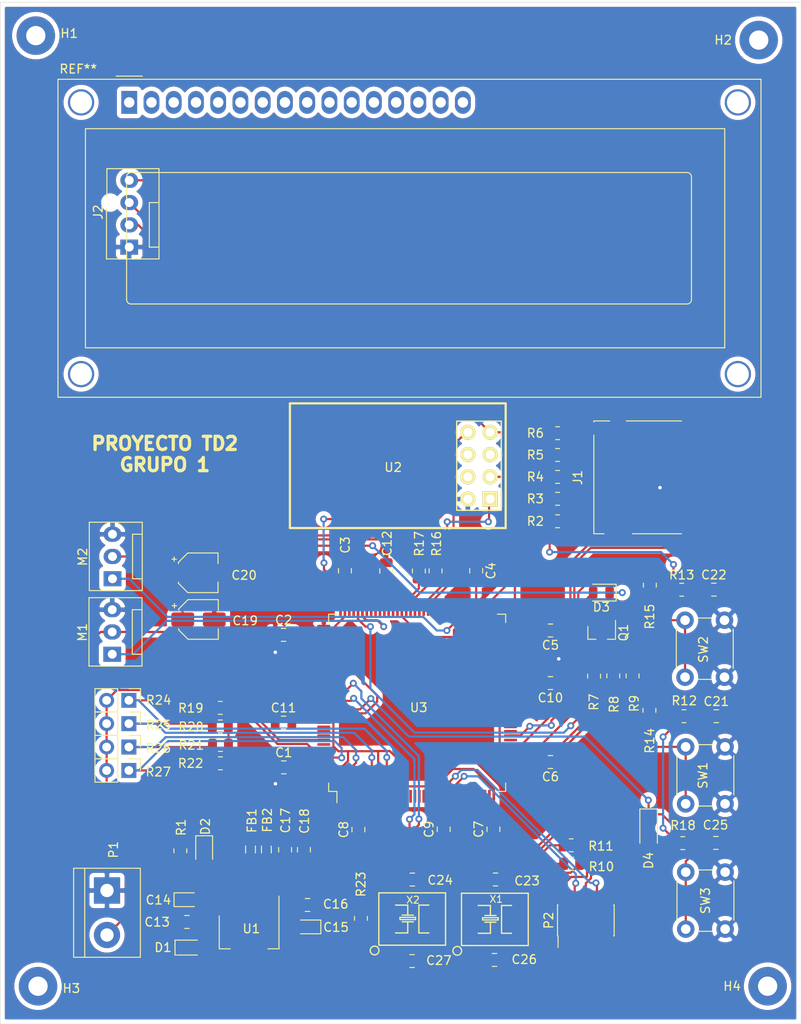
<source format=kicad_pcb>
(kicad_pcb (version 20171130) (host pcbnew "(5.1.9)-1")
  (layers (0 F.Cu signal) (31 B.Cu signal) (34 B.Paste user) (35 F.Paste user) (36 B.SilkS user) (37 F.SilkS user) (38 B.Mask user) (39 F.Mask user) (44 Edge.Cuts user))
  (net 0 "")
  (net 1 GND)
  (net 2 /RTCX1)
  (net 3 /RTCX2)
  (net 4 /XTAL2)
  (net 5 /XTAL1)
  (net 6 +3.3V)
  (net 7 +5V)
  (net 8 /nRESET)
  (net 9 GNDA)
  (net 10 VDDA)
  (net 11 "Net-(D2-Pad1)")
  (net 12 /RESET)
  (net 13 "Net-(J1-Pad1)")
  (net 14 /SPI_CS)
  (net 15 /SPI_MOSI)
  (net 16 /SPI_CLK)
  (net 17 /SPI_MISO)
  (net 18 "Net-(J1-Pad9)")
  (net 19 "Net-(J1-Pad8)")
  (net 20 /I2C_SCL)
  (net 21 /I2C_SDA)
  (net 22 /PWM_S.VERTICAL)
  (net 23 /PWM_S.HORIZONTAL)
  (net 24 /TDI)
  (net 25 "Net-(P2-Pad7)")
  (net 26 /TDO)
  (net 27 /TCK)
  (net 28 /TMS)
  (net 29 "Net-(Q1-Pad3)")
  (net 30 "Net-(Q1-Pad1)")
  (net 31 /LED1)
  (net 32 /PULS_0)
  (net 33 /PULS_1)
  (net 34 /nTRST)
  (net 35 /ADC0_0)
  (net 36 /ADC0_1)
  (net 37 /ADC0_2)
  (net 38 /ADC0_3)
  (net 39 /SPI_SCK)
  (net 40 /RS232_RXD)
  (net 41 /RS232_TXD)
  (net 42 "Net-(C21-Pad1)")
  (net 43 "Net-(C22-Pad1)")
  (net 44 "Net-(D3-Pad2)")
  (net 45 "Net-(R10-Pad2)")
  (net 46 "Net-(R14-Pad1)")
  (net 47 "Net-(R15-Pad1)")
  (net 48 "Net-(U2-Pad6)")
  (net 49 "Net-(U2-Pad5)")
  (net 50 "Net-(U2-Pad4)")
  (net 51 "Net-(U3-Pad144)")
  (net 52 "Net-(U3-Pad142)")
  (net 53 "Net-(U3-Pad140)")
  (net 54 "Net-(U3-Pad138)")
  (net 55 "Net-(U3-Pad136)")
  (net 56 "Net-(U3-Pad134)")
  (net 57 "Net-(U3-Pad133)")
  (net 58 "Net-(U3-Pad132)")
  (net 59 "Net-(U3-Pad130)")
  (net 60 "Net-(U3-Pad129)")
  (net 61 "Net-(U3-Pad127)")
  (net 62 "Net-(U3-Pad124)")
  (net 63 "Net-(U3-Pad123)")
  (net 64 "Net-(U3-Pad122)")
  (net 65 "Net-(U3-Pad121)")
  (net 66 "Net-(U3-Pad119)")
  (net 67 "Net-(U3-Pad118)")
  (net 68 "Net-(U3-Pad117)")
  (net 69 "Net-(U3-Pad116)")
  (net 70 "Net-(U3-Pad115)")
  (net 71 "Net-(U3-Pad114)")
  (net 72 "Net-(U3-Pad113)")
  (net 73 "Net-(U3-Pad112)")
  (net 74 "Net-(U3-Pad110)")
  (net 75 "Net-(U3-Pad108)")
  (net 76 "Net-(U3-Pad106)")
  (net 77 "Net-(U3-Pad105)")
  (net 78 "Net-(U3-Pad102)")
  (net 79 "Net-(U3-Pad101)")
  (net 80 "Net-(U3-Pad100)")
  (net 81 "Net-(U3-Pad99)")
  (net 82 "Net-(U3-Pad98)")
  (net 83 "Net-(U3-Pad97)")
  (net 84 "Net-(U3-Pad96)")
  (net 85 "Net-(U3-Pad95)")
  (net 86 "Net-(U3-Pad91)")
  (net 87 "Net-(U3-Pad90)")
  (net 88 "Net-(U3-Pad89)")
  (net 89 "Net-(U3-Pad86)")
  (net 90 "Net-(U3-Pad85)")
  (net 91 "Net-(U3-Pad84)")
  (net 92 "Net-(U3-Pad83)")
  (net 93 "Net-(U3-Pad81)")
  (net 94 "Net-(U3-Pad80)")
  (net 95 "Net-(U3-Pad79)")
  (net 96 "Net-(U3-Pad78)")
  (net 97 "Net-(U3-Pad75)")
  (net 98 "Net-(U3-Pad73)")
  (net 99 "Net-(U3-Pad72)")
  (net 100 "Net-(U3-Pad70)")
  (net 101 "Net-(U3-Pad69)")
  (net 102 "Net-(U3-Pad68)")
  (net 103 "Net-(U3-Pad67)")
  (net 104 "Net-(U3-Pad66)")
  (net 105 "Net-(U3-Pad65)")
  (net 106 "Net-(U3-Pad64)")
  (net 107 "Net-(U3-Pad63)")
  (net 108 "Net-(U3-Pad62)")
  (net 109 "Net-(U3-Pad61)")
  (net 110 "Net-(U3-Pad60)")
  (net 111 "Net-(U3-Pad58)")
  (net 112 "Net-(U3-Pad57)")
  (net 113 "Net-(U3-Pad56)")
  (net 114 "Net-(U3-Pad55)")
  (net 115 "Net-(U3-Pad54)")
  (net 116 "Net-(U3-Pad53)")
  (net 117 "Net-(U3-Pad52)")
  (net 118 "Net-(U3-Pad51)")
  (net 119 "Net-(U3-Pad50)")
  (net 120 "Net-(U3-Pad49)")
  (net 121 "Net-(U3-Pad48)")
  (net 122 "Net-(U3-Pad46)")
  (net 123 "Net-(U3-Pad45)")
  (net 124 "Net-(U3-Pad43)")
  (net 125 "Net-(U3-Pad39)")
  (net 126 "Net-(U3-Pad37)")
  (net 127 "Net-(U3-Pad35)")
  (net 128 "Net-(U3-Pad34)")
  (net 129 "Net-(U3-Pad33)")
  (net 130 "Net-(U3-Pad32)")
  (net 131 "Net-(U3-Pad24)")
  (net 132 "Net-(U3-Pad23)")
  (net 133 "Net-(U3-Pad22)")
  (net 134 "Net-(U3-Pad21)")
  (net 135 "Net-(U3-Pad20)")
  (net 136 "Net-(U3-Pad19)")
  (net 137 "Net-(U3-Pad18)")
  (net 138 "Net-(U3-Pad17)")
  (net 139 "Net-(U3-Pad16)")
  (net 140 "Net-(U3-Pad15)")
  (net 141 "Net-(U3-Pad14)")
  (net 142 "Net-(U3-Pad11)")
  (net 143 "Net-(U3-Pad10)")
  (net 144 "Net-(U3-Pad9)")
  (net 145 "Net-(U3-Pad8)")
  (net 146 "Net-(U3-Pad7)")
  (net 147 "Net-(U3-Pad3)")
  (net 148 "Net-(U3-Pad1)")
  (module Connector:FanPinHeader_1x04_P2.54mm_Vertical (layer F.Cu) (at 134.112 45.72 90)
    (fp_text reference J2 (at 4 -3.55 90) (layer F.SilkS))
    (fp_text value Conn_01x04)
    (pad "" np_thru_hole circle (at 5.08 -2.16 180) (size 1.1 1.1) (drill 1.1) (layers *.Cu *.Mask))
    (pad 4 thru_hole oval (at 7.62 0 180) (size 2.03 1.73) (drill 1.02) (layers *.Cu *.Mask) (net 20 /I2C_SCL))
    (pad 3 thru_hole oval (at 5.08 0 180) (size 2.03 1.73) (drill 1.02) (layers *.Cu *.Mask) (net 21 /I2C_SDA))
    (pad 2 thru_hole oval (at 2.54 0 180) (size 2.03 1.73) (drill 1.02) (layers *.Cu *.Mask) (net 7 +5V))
    (pad 1 thru_hole rect (at 0 0 180) (size 2.03 1.73) (drill 1.02) (layers *.Cu *.Mask) (net 1 GND))
  )
  (module Display:WC1602A (layer F.Cu) (at 134.112 29.21)
    (fp_text reference REF** (at -5.82 -3.81) (layer F.SilkS))
    (fp_text value WC1602A)
    (pad "" thru_hole circle (at 69.5 0) (size 3 3) (drill 2.5) (layers *.Cu *.Mask))
    (pad "" thru_hole circle (at 69.49948 31.0007) (size 3 3) (drill 2.5) (layers *.Cu *.Mask))
    (pad "" thru_hole circle (at -5.4991 31.0007) (size 3 3) (drill 2.5) (layers *.Cu *.Mask))
    (pad "" thru_hole circle (at -5.4991 0) (size 3 3) (drill 2.5) (layers *.Cu *.Mask))
    (pad 16 thru_hole oval (at 38.1 0) (size 1.8 2.6) (drill 1.2) (layers *.Cu *.Mask))
    (pad 15 thru_hole oval (at 35.56 0) (size 1.8 2.6) (drill 1.2) (layers *.Cu *.Mask))
    (pad 14 thru_hole oval (at 33.02 0) (size 1.8 2.6) (drill 1.2) (layers *.Cu *.Mask))
    (pad 13 thru_hole oval (at 30.48 0) (size 1.8 2.6) (drill 1.2) (layers *.Cu *.Mask))
    (pad 12 thru_hole oval (at 27.94 0) (size 1.8 2.6) (drill 1.2) (layers *.Cu *.Mask))
    (pad 11 thru_hole oval (at 25.4 0) (size 1.8 2.6) (drill 1.2) (layers *.Cu *.Mask))
    (pad 10 thru_hole oval (at 22.86 0) (size 1.8 2.6) (drill 1.2) (layers *.Cu *.Mask))
    (pad 9 thru_hole oval (at 20.32 0) (size 1.8 2.6) (drill 1.2) (layers *.Cu *.Mask))
    (pad 8 thru_hole oval (at 17.78 0) (size 1.8 2.6) (drill 1.2) (layers *.Cu *.Mask))
    (pad 7 thru_hole oval (at 15.24 0) (size 1.8 2.6) (drill 1.2) (layers *.Cu *.Mask))
    (pad 6 thru_hole oval (at 12.7 0) (size 1.8 2.6) (drill 1.2) (layers *.Cu *.Mask))
    (pad 5 thru_hole oval (at 10.16 0) (size 1.8 2.6) (drill 1.2) (layers *.Cu *.Mask))
    (pad 4 thru_hole oval (at 7.62 0) (size 1.8 2.6) (drill 1.2) (layers *.Cu *.Mask))
    (pad 3 thru_hole oval (at 5.08 0) (size 1.8 2.6) (drill 1.2) (layers *.Cu *.Mask))
    (pad 2 thru_hole oval (at 2.54 0) (size 1.8 2.6) (drill 1.2) (layers *.Cu *.Mask))
    (pad 1 thru_hole rect (at 0 0) (size 1.8 2.6) (drill 1.2) (layers *.Cu *.Mask))
  )
  (module MountingHole:MountingHole_2.2mm_M2_Pad (layer F.Cu) (at 123.444 21.59)
    (fp_text reference H1 (at 3.81 -0.254) (layer F.SilkS))
    (fp_text value MountingHole)
    (pad 1 thru_hole circle (at 0 0) (size 4.4 4.4) (drill 2.2) (layers *.Cu *.Mask))
  )
  (module MountingHole:MountingHole_2.2mm_M2_Pad (layer F.Cu) (at 207.01 130.048)
    (fp_text reference H4 (at -4.064 0) (layer F.SilkS))
    (fp_text value MountingHole)
    (pad 1 thru_hole circle (at 0 0) (size 4.4 4.4) (drill 2.2) (layers *.Cu *.Mask))
  )
  (module MountingHole:MountingHole_2.2mm_M2_Pad (layer F.Cu) (at 123.698 130.048)
    (fp_text reference H3 (at 3.81 0.254) (layer F.SilkS))
    (fp_text value MountingHole)
    (pad 1 thru_hole circle (at 0 0) (size 4.4 4.4) (drill 2.2) (layers *.Cu *.Mask))
  )
  (module MountingHole:MountingHole_2.2mm_M2_Pad (layer F.Cu) (at 205.994 22.098)
    (fp_text reference H2 (at -4.064 0) (layer F.SilkS))
    (fp_text value MountingHole)
    (pad 1 thru_hole circle (at 0 0) (size 4.4 4.4) (drill 2.2) (layers *.Cu *.Mask))
  )
  (module Resistor_SMD:R_0805_2012Metric (layer F.Cu) (at 197.32 113.72)
    (fp_text reference R18 (at 0.03 -2.02) (layer F.SilkS))
    (fp_text value 100k)
    (pad 2 smd roundrect (at 0.9125 0) (size 1.025 1.4) (layers F.Cu F.Paste F.Mask) (roundrect_rratio 0.243902) (net 8 /nRESET))
    (pad 1 smd roundrect (at -0.9125 0) (size 1.025 1.4) (layers F.Cu F.Paste F.Mask) (roundrect_rratio 0.243902) (net 6 +3.3V))
  )
  (module Package_QFP:LQFP-144_20x20mm_P0.5mm (layer F.Cu) (at 166.99 97.7125 90)
    (fp_text reference U3 (at -0.5475 0.18 180) (layer F.SilkS))
    (fp_text value LPC4337JBD144)
    (pad 144 smd roundrect (at -8.75 -10.6625 90) (size 0.3 1.475) (layers F.Cu F.Paste F.Mask) (net 51 "Net-(U3-Pad144)"))
    (pad 143 smd roundrect (at -8.25 -10.6625 90) (size 0.3 1.475) (layers F.Cu F.Paste F.Mask) (net 37 /ADC0_2))
    (pad 142 smd roundrect (at -7.75 -10.6625 90) (size 0.3 1.475) (layers F.Cu F.Paste F.Mask) (net 52 "Net-(U3-Pad142)"))
    (pad 141 smd roundrect (at -7.25 -10.6625 90) (size 0.3 1.475) (layers F.Cu F.Paste F.Mask) (net 6 +3.3V))
    (pad 140 smd roundrect (at -6.75 -10.6625 90) (size 0.3 1.475) (layers F.Cu F.Paste F.Mask) (net 53 "Net-(U3-Pad140)"))
    (pad 139 smd roundrect (at -6.25 -10.6625 90) (size 0.3 1.475) (layers F.Cu F.Paste F.Mask) (net 38 /ADC0_3))
    (pad 138 smd roundrect (at -5.75 -10.6625 90) (size 0.3 1.475) (layers F.Cu F.Paste F.Mask) (net 54 "Net-(U3-Pad138)"))
    (pad 137 smd roundrect (at -5.25 -10.6625 90) (size 0.3 1.475) (layers F.Cu F.Paste F.Mask) (net 10 VDDA))
    (pad 136 smd roundrect (at -4.75 -10.6625 90) (size 0.3 1.475) (layers F.Cu F.Paste F.Mask) (net 55 "Net-(U3-Pad136)"))
    (pad 135 smd roundrect (at -4.25 -10.6625 90) (size 0.3 1.475) (layers F.Cu F.Paste F.Mask) (net 9 GNDA))
    (pad 134 smd roundrect (at -3.75 -10.6625 90) (size 0.3 1.475) (layers F.Cu F.Paste F.Mask) (net 56 "Net-(U3-Pad134)"))
    (pad 133 smd roundrect (at -3.25 -10.6625 90) (size 0.3 1.475) (layers F.Cu F.Paste F.Mask) (net 57 "Net-(U3-Pad133)"))
    (pad 132 smd roundrect (at -2.75 -10.6625 90) (size 0.3 1.475) (layers F.Cu F.Paste F.Mask) (net 58 "Net-(U3-Pad132)"))
    (pad 131 smd roundrect (at -2.25 -10.6625 90) (size 0.3 1.475) (layers F.Cu F.Paste F.Mask) (net 6 +3.3V))
    (pad 130 smd roundrect (at -1.75 -10.6625 90) (size 0.3 1.475) (layers F.Cu F.Paste F.Mask) (net 59 "Net-(U3-Pad130)"))
    (pad 129 smd roundrect (at -1.25 -10.6625 90) (size 0.3 1.475) (layers F.Cu F.Paste F.Mask) (net 60 "Net-(U3-Pad129)"))
    (pad 128 smd roundrect (at -0.75 -10.6625 90) (size 0.3 1.475) (layers F.Cu F.Paste F.Mask) (net 8 /nRESET))
    (pad 127 smd roundrect (at -0.25 -10.6625 90) (size 0.3 1.475) (layers F.Cu F.Paste F.Mask) (net 61 "Net-(U3-Pad127)"))
    (pad 126 smd roundrect (at 0.25 -10.6625 90) (size 0.3 1.475) (layers F.Cu F.Paste F.Mask) (net 3 /RTCX2))
    (pad 125 smd roundrect (at 0.75 -10.6625 90) (size 0.3 1.475) (layers F.Cu F.Paste F.Mask) (net 2 /RTCX1))
    (pad 124 smd roundrect (at 1.25 -10.6625 90) (size 0.3 1.475) (layers F.Cu F.Paste F.Mask) (net 62 "Net-(U3-Pad124)"))
    (pad 123 smd roundrect (at 1.75 -10.6625 90) (size 0.3 1.475) (layers F.Cu F.Paste F.Mask) (net 63 "Net-(U3-Pad123)"))
    (pad 122 smd roundrect (at 2.25 -10.6625 90) (size 0.3 1.475) (layers F.Cu F.Paste F.Mask) (net 64 "Net-(U3-Pad122)"))
    (pad 121 smd roundrect (at 2.75 -10.6625 90) (size 0.3 1.475) (layers F.Cu F.Paste F.Mask) (net 65 "Net-(U3-Pad121)"))
    (pad 120 smd roundrect (at 3.25 -10.6625 90) (size 0.3 1.475) (layers F.Cu F.Paste F.Mask) (net 39 /SPI_SCK))
    (pad 119 smd roundrect (at 3.75 -10.6625 90) (size 0.3 1.475) (layers F.Cu F.Paste F.Mask) (net 66 "Net-(U3-Pad119)"))
    (pad 118 smd roundrect (at 4.25 -10.6625 90) (size 0.3 1.475) (layers F.Cu F.Paste F.Mask) (net 67 "Net-(U3-Pad118)"))
    (pad 117 smd roundrect (at 4.75 -10.6625 90) (size 0.3 1.475) (layers F.Cu F.Paste F.Mask) (net 68 "Net-(U3-Pad117)"))
    (pad 116 smd roundrect (at 5.25 -10.6625 90) (size 0.3 1.475) (layers F.Cu F.Paste F.Mask) (net 69 "Net-(U3-Pad116)"))
    (pad 115 smd roundrect (at 5.75 -10.6625 90) (size 0.3 1.475) (layers F.Cu F.Paste F.Mask) (net 70 "Net-(U3-Pad115)"))
    (pad 114 smd roundrect (at 6.25 -10.6625 90) (size 0.3 1.475) (layers F.Cu F.Paste F.Mask) (net 71 "Net-(U3-Pad114)"))
    (pad 113 smd roundrect (at 6.75 -10.6625 90) (size 0.3 1.475) (layers F.Cu F.Paste F.Mask) (net 72 "Net-(U3-Pad113)"))
    (pad 112 smd roundrect (at 7.25 -10.6625 90) (size 0.3 1.475) (layers F.Cu F.Paste F.Mask) (net 73 "Net-(U3-Pad112)"))
    (pad 111 smd roundrect (at 7.75 -10.6625 90) (size 0.3 1.475) (layers F.Cu F.Paste F.Mask) (net 6 +3.3V))
    (pad 110 smd roundrect (at 8.25 -10.6625 90) (size 0.3 1.475) (layers F.Cu F.Paste F.Mask) (net 74 "Net-(U3-Pad110)"))
    (pad 109 smd roundrect (at 8.75 -10.6625 90) (size 0.3 1.475) (layers F.Cu F.Paste F.Mask) (net 1 GND))
    (pad 108 smd roundrect (at 10.6625 -8.75 90) (size 1.475 0.3) (layers F.Cu F.Paste F.Mask) (net 75 "Net-(U3-Pad108)"))
    (pad 107 smd roundrect (at 10.6625 -8.25 90) (size 1.475 0.3) (layers F.Cu F.Paste F.Mask) (net 6 +3.3V))
    (pad 106 smd roundrect (at 10.6625 -7.75 90) (size 1.475 0.3) (layers F.Cu F.Paste F.Mask) (net 76 "Net-(U3-Pad106)"))
    (pad 105 smd roundrect (at 10.6625 -7.25 90) (size 1.475 0.3) (layers F.Cu F.Paste F.Mask) (net 77 "Net-(U3-Pad105)"))
    (pad 104 smd roundrect (at 10.6625 -6.75 90) (size 1.475 0.3) (layers F.Cu F.Paste F.Mask) (net 31 /LED1))
    (pad 103 smd roundrect (at 10.6625 -6.25 90) (size 1.475 0.3) (layers F.Cu F.Paste F.Mask) (net 22 /PWM_S.VERTICAL))
    (pad 102 smd roundrect (at 10.6625 -5.75 90) (size 1.475 0.3) (layers F.Cu F.Paste F.Mask) (net 78 "Net-(U3-Pad102)"))
    (pad 101 smd roundrect (at 10.6625 -5.25 90) (size 1.475 0.3) (layers F.Cu F.Paste F.Mask) (net 79 "Net-(U3-Pad101)"))
    (pad 100 smd roundrect (at 10.6625 -4.75 90) (size 1.475 0.3) (layers F.Cu F.Paste F.Mask) (net 80 "Net-(U3-Pad100)"))
    (pad 99 smd roundrect (at 10.6625 -4.25 90) (size 1.475 0.3) (layers F.Cu F.Paste F.Mask) (net 81 "Net-(U3-Pad99)"))
    (pad 98 smd roundrect (at 10.6625 -3.75 90) (size 1.475 0.3) (layers F.Cu F.Paste F.Mask) (net 82 "Net-(U3-Pad98)"))
    (pad 97 smd roundrect (at 10.6625 -3.25 90) (size 1.475 0.3) (layers F.Cu F.Paste F.Mask) (net 83 "Net-(U3-Pad97)"))
    (pad 96 smd roundrect (at 10.6625 -2.75 90) (size 1.475 0.3) (layers F.Cu F.Paste F.Mask) (net 84 "Net-(U3-Pad96)"))
    (pad 95 smd roundrect (at 10.6625 -2.25 90) (size 1.475 0.3) (layers F.Cu F.Paste F.Mask) (net 85 "Net-(U3-Pad95)"))
    (pad 94 smd roundrect (at 10.6625 -1.75 90) (size 1.475 0.3) (layers F.Cu F.Paste F.Mask) (net 6 +3.3V))
    (pad 93 smd roundrect (at 10.6625 -1.25 90) (size 1.475 0.3) (layers F.Cu F.Paste F.Mask) (net 21 /I2C_SDA))
    (pad 92 smd roundrect (at 10.6625 -0.75 90) (size 1.475 0.3) (layers F.Cu F.Paste F.Mask) (net 20 /I2C_SCL))
    (pad 91 smd roundrect (at 10.6625 -0.25 90) (size 1.475 0.3) (layers F.Cu F.Paste F.Mask) (net 86 "Net-(U3-Pad91)"))
    (pad 90 smd roundrect (at 10.6625 0.25 90) (size 1.475 0.3) (layers F.Cu F.Paste F.Mask) (net 87 "Net-(U3-Pad90)"))
    (pad 89 smd roundrect (at 10.6625 0.75 90) (size 1.475 0.3) (layers F.Cu F.Paste F.Mask) (net 88 "Net-(U3-Pad89)"))
    (pad 88 smd roundrect (at 10.6625 1.25 90) (size 1.475 0.3) (layers F.Cu F.Paste F.Mask) (net 40 /RS232_RXD))
    (pad 87 smd roundrect (at 10.6625 1.75 90) (size 1.475 0.3) (layers F.Cu F.Paste F.Mask) (net 41 /RS232_TXD))
    (pad 86 smd roundrect (at 10.6625 2.25 90) (size 1.475 0.3) (layers F.Cu F.Paste F.Mask) (net 89 "Net-(U3-Pad86)"))
    (pad 85 smd roundrect (at 10.6625 2.75 90) (size 1.475 0.3) (layers F.Cu F.Paste F.Mask) (net 90 "Net-(U3-Pad85)"))
    (pad 84 smd roundrect (at 10.6625 3.25 90) (size 1.475 0.3) (layers F.Cu F.Paste F.Mask) (net 91 "Net-(U3-Pad84)"))
    (pad 83 smd roundrect (at 10.6625 3.75 90) (size 1.475 0.3) (layers F.Cu F.Paste F.Mask) (net 92 "Net-(U3-Pad83)"))
    (pad 82 smd roundrect (at 10.6625 4.25 90) (size 1.475 0.3) (layers F.Cu F.Paste F.Mask) (net 23 /PWM_S.HORIZONTAL))
    (pad 81 smd roundrect (at 10.6625 4.75 90) (size 1.475 0.3) (layers F.Cu F.Paste F.Mask) (net 93 "Net-(U3-Pad81)"))
    (pad 80 smd roundrect (at 10.6625 5.25 90) (size 1.475 0.3) (layers F.Cu F.Paste F.Mask) (net 94 "Net-(U3-Pad80)"))
    (pad 79 smd roundrect (at 10.6625 5.75 90) (size 1.475 0.3) (layers F.Cu F.Paste F.Mask) (net 95 "Net-(U3-Pad79)"))
    (pad 78 smd roundrect (at 10.6625 6.25 90) (size 1.475 0.3) (layers F.Cu F.Paste F.Mask) (net 96 "Net-(U3-Pad78)"))
    (pad 77 smd roundrect (at 10.6625 6.75 90) (size 1.475 0.3) (layers F.Cu F.Paste F.Mask) (net 6 +3.3V))
    (pad 76 smd roundrect (at 10.6625 7.25 90) (size 1.475 0.3) (layers F.Cu F.Paste F.Mask) (net 1 GND))
    (pad 75 smd roundrect (at 10.6625 7.75 90) (size 1.475 0.3) (layers F.Cu F.Paste F.Mask) (net 97 "Net-(U3-Pad75)"))
    (pad 74 smd roundrect (at 10.6625 8.25 90) (size 1.475 0.3) (layers F.Cu F.Paste F.Mask) (net 14 /SPI_CS))
    (pad 73 smd roundrect (at 10.6625 8.75 90) (size 1.475 0.3) (layers F.Cu F.Paste F.Mask) (net 98 "Net-(U3-Pad73)"))
    (pad 72 smd roundrect (at 8.75 10.6625 90) (size 0.3 1.475) (layers F.Cu F.Paste F.Mask) (net 99 "Net-(U3-Pad72)"))
    (pad 71 smd roundrect (at 8.25 10.6625 90) (size 0.3 1.475) (layers F.Cu F.Paste F.Mask) (net 6 +3.3V))
    (pad 70 smd roundrect (at 7.75 10.6625 90) (size 0.3 1.475) (layers F.Cu F.Paste F.Mask) (net 100 "Net-(U3-Pad70)"))
    (pad 69 smd roundrect (at 7.25 10.6625 90) (size 0.3 1.475) (layers F.Cu F.Paste F.Mask) (net 101 "Net-(U3-Pad69)"))
    (pad 68 smd roundrect (at 6.75 10.6625 90) (size 0.3 1.475) (layers F.Cu F.Paste F.Mask) (net 102 "Net-(U3-Pad68)"))
    (pad 67 smd roundrect (at 6.25 10.6625 90) (size 0.3 1.475) (layers F.Cu F.Paste F.Mask) (net 103 "Net-(U3-Pad67)"))
    (pad 66 smd roundrect (at 5.75 10.6625 90) (size 0.3 1.475) (layers F.Cu F.Paste F.Mask) (net 104 "Net-(U3-Pad66)"))
    (pad 65 smd roundrect (at 5.25 10.6625 90) (size 0.3 1.475) (layers F.Cu F.Paste F.Mask) (net 105 "Net-(U3-Pad65)"))
    (pad 64 smd roundrect (at 4.75 10.6625 90) (size 0.3 1.475) (layers F.Cu F.Paste F.Mask) (net 106 "Net-(U3-Pad64)"))
    (pad 63 smd roundrect (at 4.25 10.6625 90) (size 0.3 1.475) (layers F.Cu F.Paste F.Mask) (net 107 "Net-(U3-Pad63)"))
    (pad 62 smd roundrect (at 3.75 10.6625 90) (size 0.3 1.475) (layers F.Cu F.Paste F.Mask) (net 108 "Net-(U3-Pad62)"))
    (pad 61 smd roundrect (at 3.25 10.6625 90) (size 0.3 1.475) (layers F.Cu F.Paste F.Mask) (net 109 "Net-(U3-Pad61)"))
    (pad 60 smd roundrect (at 2.75 10.6625 90) (size 0.3 1.475) (layers F.Cu F.Paste F.Mask) (net 110 "Net-(U3-Pad60)"))
    (pad 59 smd roundrect (at 2.25 10.6625 90) (size 0.3 1.475) (layers F.Cu F.Paste F.Mask) (net 6 +3.3V))
    (pad 58 smd roundrect (at 1.75 10.6625 90) (size 0.3 1.475) (layers F.Cu F.Paste F.Mask) (net 111 "Net-(U3-Pad58)"))
    (pad 57 smd roundrect (at 1.25 10.6625 90) (size 0.3 1.475) (layers F.Cu F.Paste F.Mask) (net 112 "Net-(U3-Pad57)"))
    (pad 56 smd roundrect (at 0.75 10.6625 90) (size 0.3 1.475) (layers F.Cu F.Paste F.Mask) (net 113 "Net-(U3-Pad56)"))
    (pad 55 smd roundrect (at 0.25 10.6625 90) (size 0.3 1.475) (layers F.Cu F.Paste F.Mask) (net 114 "Net-(U3-Pad55)"))
    (pad 54 smd roundrect (at -0.25 10.6625 90) (size 0.3 1.475) (layers F.Cu F.Paste F.Mask) (net 115 "Net-(U3-Pad54)"))
    (pad 53 smd roundrect (at -0.75 10.6625 90) (size 0.3 1.475) (layers F.Cu F.Paste F.Mask) (net 116 "Net-(U3-Pad53)"))
    (pad 52 smd roundrect (at -1.25 10.6625 90) (size 0.3 1.475) (layers F.Cu F.Paste F.Mask) (net 117 "Net-(U3-Pad52)"))
    (pad 51 smd roundrect (at -1.75 10.6625 90) (size 0.3 1.475) (layers F.Cu F.Paste F.Mask) (net 118 "Net-(U3-Pad51)"))
    (pad 50 smd roundrect (at -2.25 10.6625 90) (size 0.3 1.475) (layers F.Cu F.Paste F.Mask) (net 119 "Net-(U3-Pad50)"))
    (pad 49 smd roundrect (at -2.75 10.6625 90) (size 0.3 1.475) (layers F.Cu F.Paste F.Mask) (net 120 "Net-(U3-Pad49)"))
    (pad 48 smd roundrect (at -3.25 10.6625 90) (size 0.3 1.475) (layers F.Cu F.Paste F.Mask) (net 121 "Net-(U3-Pad48)"))
    (pad 47 smd roundrect (at -3.75 10.6625 90) (size 0.3 1.475) (layers F.Cu F.Paste F.Mask) (net 15 /SPI_MOSI))
    (pad 46 smd roundrect (at -4.25 10.6625 90) (size 0.3 1.475) (layers F.Cu F.Paste F.Mask) (net 122 "Net-(U3-Pad46)"))
    (pad 45 smd roundrect (at -4.75 10.6625 90) (size 0.3 1.475) (layers F.Cu F.Paste F.Mask) (net 123 "Net-(U3-Pad45)"))
    (pad 44 smd roundrect (at -5.25 10.6625 90) (size 0.3 1.475) (layers F.Cu F.Paste F.Mask) (net 17 /SPI_MISO))
    (pad 43 smd roundrect (at -5.75 10.6625 90) (size 0.3 1.475) (layers F.Cu F.Paste F.Mask) (net 124 "Net-(U3-Pad43)"))
    (pad 42 smd roundrect (at -6.25 10.6625 90) (size 0.3 1.475) (layers F.Cu F.Paste F.Mask) (net 33 /PULS_1))
    (pad 41 smd roundrect (at -6.75 10.6625 90) (size 0.3 1.475) (layers F.Cu F.Paste F.Mask) (net 6 +3.3V))
    (pad 40 smd roundrect (at -7.25 10.6625 90) (size 0.3 1.475) (layers F.Cu F.Paste F.Mask) (net 1 GND))
    (pad 39 smd roundrect (at -7.75 10.6625 90) (size 0.3 1.475) (layers F.Cu F.Paste F.Mask) (net 125 "Net-(U3-Pad39)"))
    (pad 38 smd roundrect (at -8.25 10.6625 90) (size 0.3 1.475) (layers F.Cu F.Paste F.Mask) (net 32 /PULS_0))
    (pad 37 smd roundrect (at -8.75 10.6625 90) (size 0.3 1.475) (layers F.Cu F.Paste F.Mask) (net 126 "Net-(U3-Pad37)"))
    (pad 36 smd roundrect (at -10.6625 8.75 90) (size 1.475 0.3) (layers F.Cu F.Paste F.Mask) (net 6 +3.3V))
    (pad 35 smd roundrect (at -10.6625 8.25 90) (size 1.475 0.3) (layers F.Cu F.Paste F.Mask) (net 127 "Net-(U3-Pad35)"))
    (pad 34 smd roundrect (at -10.6625 7.75 90) (size 1.475 0.3) (layers F.Cu F.Paste F.Mask) (net 128 "Net-(U3-Pad34)"))
    (pad 33 smd roundrect (at -10.6625 7.25 90) (size 1.475 0.3) (layers F.Cu F.Paste F.Mask) (net 129 "Net-(U3-Pad33)"))
    (pad 32 smd roundrect (at -10.6625 6.75 90) (size 1.475 0.3) (layers F.Cu F.Paste F.Mask) (net 130 "Net-(U3-Pad32)"))
    (pad 31 smd roundrect (at -10.6625 6.25 90) (size 1.475 0.3) (layers F.Cu F.Paste F.Mask) (net 26 /TDO))
    (pad 30 smd roundrect (at -10.6625 5.75 90) (size 1.475 0.3) (layers F.Cu F.Paste F.Mask) (net 28 /TMS))
    (pad 29 smd roundrect (at -10.6625 5.25 90) (size 1.475 0.3) (layers F.Cu F.Paste F.Mask) (net 34 /nTRST))
    (pad 28 smd roundrect (at -10.6625 4.75 90) (size 1.475 0.3) (layers F.Cu F.Paste F.Mask) (net 45 "Net-(R10-Pad2)"))
    (pad 27 smd roundrect (at -10.6625 4.25 90) (size 1.475 0.3) (layers F.Cu F.Paste F.Mask) (net 27 /TCK))
    (pad 26 smd roundrect (at -10.6625 3.75 90) (size 1.475 0.3) (layers F.Cu F.Paste F.Mask) (net 24 /TDI))
    (pad 25 smd roundrect (at -10.6625 3.25 90) (size 1.475 0.3) (layers F.Cu F.Paste F.Mask) (net 6 +3.3V))
    (pad 24 smd roundrect (at -10.6625 2.75 90) (size 1.475 0.3) (layers F.Cu F.Paste F.Mask) (net 131 "Net-(U3-Pad24)"))
    (pad 23 smd roundrect (at -10.6625 2.25 90) (size 1.475 0.3) (layers F.Cu F.Paste F.Mask) (net 132 "Net-(U3-Pad23)"))
    (pad 22 smd roundrect (at -10.6625 1.75 90) (size 1.475 0.3) (layers F.Cu F.Paste F.Mask) (net 133 "Net-(U3-Pad22)"))
    (pad 21 smd roundrect (at -10.6625 1.25 90) (size 1.475 0.3) (layers F.Cu F.Paste F.Mask) (net 134 "Net-(U3-Pad21)"))
    (pad 20 smd roundrect (at -10.6625 0.75 90) (size 1.475 0.3) (layers F.Cu F.Paste F.Mask) (net 135 "Net-(U3-Pad20)"))
    (pad 19 smd roundrect (at -10.6625 0.25 90) (size 1.475 0.3) (layers F.Cu F.Paste F.Mask) (net 136 "Net-(U3-Pad19)"))
    (pad 18 smd roundrect (at -10.6625 -0.25 90) (size 1.475 0.3) (layers F.Cu F.Paste F.Mask) (net 137 "Net-(U3-Pad18)"))
    (pad 17 smd roundrect (at -10.6625 -0.75 90) (size 1.475 0.3) (layers F.Cu F.Paste F.Mask) (net 138 "Net-(U3-Pad17)"))
    (pad 16 smd roundrect (at -10.6625 -1.25 90) (size 1.475 0.3) (layers F.Cu F.Paste F.Mask) (net 139 "Net-(U3-Pad16)"))
    (pad 15 smd roundrect (at -10.6625 -1.75 90) (size 1.475 0.3) (layers F.Cu F.Paste F.Mask) (net 140 "Net-(U3-Pad15)"))
    (pad 14 smd roundrect (at -10.6625 -2.25 90) (size 1.475 0.3) (layers F.Cu F.Paste F.Mask) (net 141 "Net-(U3-Pad14)"))
    (pad 13 smd roundrect (at -10.6625 -2.75 90) (size 1.475 0.3) (layers F.Cu F.Paste F.Mask) (net 4 /XTAL2))
    (pad 12 smd roundrect (at -10.6625 -3.25 90) (size 1.475 0.3) (layers F.Cu F.Paste F.Mask) (net 5 /XTAL1))
    (pad 11 smd roundrect (at -10.6625 -3.75 90) (size 1.475 0.3) (layers F.Cu F.Paste F.Mask) (net 142 "Net-(U3-Pad11)"))
    (pad 10 smd roundrect (at -10.6625 -4.25 90) (size 1.475 0.3) (layers F.Cu F.Paste F.Mask) (net 143 "Net-(U3-Pad10)"))
    (pad 9 smd roundrect (at -10.6625 -4.75 90) (size 1.475 0.3) (layers F.Cu F.Paste F.Mask) (net 144 "Net-(U3-Pad9)"))
    (pad 8 smd roundrect (at -10.6625 -5.25 90) (size 1.475 0.3) (layers F.Cu F.Paste F.Mask) (net 145 "Net-(U3-Pad8)"))
    (pad 7 smd roundrect (at -10.6625 -5.75 90) (size 1.475 0.3) (layers F.Cu F.Paste F.Mask) (net 146 "Net-(U3-Pad7)"))
    (pad 6 smd roundrect (at -10.6625 -6.25 90) (size 1.475 0.3) (layers F.Cu F.Paste F.Mask) (net 35 /ADC0_0))
    (pad 5 smd roundrect (at -10.6625 -6.75 90) (size 1.475 0.3) (layers F.Cu F.Paste F.Mask) (net 6 +3.3V))
    (pad 4 smd roundrect (at -10.6625 -7.25 90) (size 1.475 0.3) (layers F.Cu F.Paste F.Mask) (net 1 GND))
    (pad 3 smd roundrect (at -10.6625 -7.75 90) (size 1.475 0.3) (layers F.Cu F.Paste F.Mask) (net 147 "Net-(U3-Pad3)"))
    (pad 2 smd roundrect (at -10.6625 -8.25 90) (size 1.475 0.3) (layers F.Cu F.Paste F.Mask) (net 36 /ADC0_1))
    (pad 1 smd roundrect (at -10.6625 -8.75 90) (size 1.475 0.3) (layers F.Cu F.Paste F.Mask) (net 148 "Net-(U3-Pad1)"))
  )
  (module Connector_Card:microSD_HC_Hirose_DM3D-SF (layer F.Cu) (at 192.95 71.99 90)
    (fp_text reference J1 (at -0.025 -7.625 90) (layer F.SilkS))
    (fp_text value Micro_SD_Card)
    (pad 10 smd rect (at 5.575 -5.45 90) (size 1 1.55) (layers F.Cu F.Paste F.Mask))
    (pad 11 smd rect (at 5.625 5.225 90) (size 1.5 1.5) (layers F.Cu F.Paste F.Mask))
    (pad 1 smd rect (at 3.175 5.35 90) (size 0.7 1.75) (layers F.Cu F.Paste F.Mask) (net 13 "Net-(J1-Pad1)"))
    (pad 2 smd rect (at 2.075 5.35 90) (size 0.7 1.75) (layers F.Cu F.Paste F.Mask) (net 14 /SPI_CS))
    (pad 3 smd rect (at 0.975 5.35 90) (size 0.7 1.75) (layers F.Cu F.Paste F.Mask) (net 15 /SPI_MOSI))
    (pad 4 smd rect (at -0.125 5.35 90) (size 0.7 1.75) (layers F.Cu F.Paste F.Mask) (net 6 +3.3V))
    (pad 5 smd rect (at -1.225 5.35 90) (size 0.7 1.75) (layers F.Cu F.Paste F.Mask) (net 16 /SPI_CLK))
    (pad 6 smd rect (at -2.325 5.35 90) (size 0.7 1.75) (layers F.Cu F.Paste F.Mask) (net 1 GND))
    (pad 7 smd rect (at -3.425 5.35 90) (size 0.7 1.75) (layers F.Cu F.Paste F.Mask) (net 17 /SPI_MISO))
    (pad 11 smd rect (at 5.975 -3.025 90) (size 0.8 1.4) (layers F.Cu F.Paste F.Mask))
    (pad 9 smd rect (at -5.65 -3.875 90) (size 1.45 1) (layers F.Cu F.Paste F.Mask) (net 18 "Net-(J1-Pad9)"))
    (pad 11 smd rect (at -5.975 -2.375 90) (size 0.8 1.5) (layers F.Cu F.Paste F.Mask))
    (pad 11 smd rect (at -5.725 5.225 90) (size 1.3 1.5) (layers F.Cu F.Paste F.Mask))
    (pad 8 smd rect (at -4.525 5.35 90) (size 0.7 1.75) (layers F.Cu F.Paste F.Mask) (net 19 "Net-(J1-Pad8)"))
  )
  (module Resistor_SMD:R_0805_2012Metric (layer F.Cu) (at 144.52 104.62 180)
    (fp_text reference R22 (at 3.4 0) (layer F.SilkS))
    (fp_text value 10k)
    (pad 2 smd roundrect (at 0.9125 0 180) (size 1.025 1.4) (layers F.Cu F.Paste F.Mask) (roundrect_rratio 0.243902) (net 38 /ADC0_3))
    (pad 1 smd roundrect (at -0.9125 0 180) (size 1.025 1.4) (layers F.Cu F.Paste F.Mask) (roundrect_rratio 0.243902) (net 10 VDDA))
  )
  (module TerminalBlock:TerminalBlock_bornier-2_P5.08mm (layer F.Cu) (at 131.572 119.126 270)
    (fp_text reference P1 (at -4.65 -0.74 90) (layer F.SilkS))
    (fp_text value CONN_2)
    (pad 2 thru_hole circle (at 5.08 0 270) (size 3 3) (drill 1.52) (layers *.Cu *.Mask) (net 7 +5V))
    (pad 1 thru_hole rect (at 0 0 270) (size 3 3) (drill 1.52) (layers *.Cu *.Mask) (net 1 GND))
  )
  (module Connector_PinHeader_2.54mm:PinHeader_1x02_P2.54mm_Vertical (layer F.Cu) (at 134.07 100.09 270)
    (fp_text reference R25 (at 0.16 -3.38 180) (layer F.SilkS))
    (fp_text value LDR03)
    (pad 2 thru_hole oval (at 0 2.54 270) (size 1.7 1.7) (drill 1) (layers *.Cu *.Mask) (net 9 GNDA))
    (pad 1 thru_hole rect (at 0 0 270) (size 1.7 1.7) (drill 1) (layers *.Cu *.Mask) (net 36 /ADC0_1))
  )
  (module Connector_PinHeader_2.54mm:PinHeader_1x02_P2.54mm_Vertical (layer F.Cu) (at 134.07 105.43 270)
    (fp_text reference R27 (at 0.17 -3.36 180) (layer F.SilkS))
    (fp_text value LDR03)
    (pad 2 thru_hole oval (at 0 2.54 270) (size 1.7 1.7) (drill 1) (layers *.Cu *.Mask) (net 9 GNDA))
    (pad 1 thru_hole rect (at 0 0 270) (size 1.7 1.7) (drill 1) (layers *.Cu *.Mask) (net 38 /ADC0_3))
  )
  (module Connector_PinHeader_2.54mm:PinHeader_1x02_P2.54mm_Vertical (layer F.Cu) (at 134.07 102.76 270)
    (fp_text reference R26 (at 0.13 -3.36 180) (layer F.SilkS))
    (fp_text value LDR03)
    (pad 2 thru_hole oval (at 0 2.54 270) (size 1.7 1.7) (drill 1) (layers *.Cu *.Mask) (net 9 GNDA))
    (pad 1 thru_hole rect (at 0 0 270) (size 1.7 1.7) (drill 1) (layers *.Cu *.Mask) (net 37 /ADC0_2))
  )
  (module Connector_PinHeader_2.54mm:PinHeader_1x02_P2.54mm_Vertical (layer F.Cu) (at 134.07 97.43 270)
    (fp_text reference R24 (at -0.02 -3.4 180) (layer F.SilkS))
    (fp_text value LDR03)
    (pad 2 thru_hole oval (at 0 2.54 270) (size 1.7 1.7) (drill 1) (layers *.Cu *.Mask) (net 9 GNDA))
    (pad 1 thru_hole rect (at 0 0 270) (size 1.7 1.7) (drill 1) (layers *.Cu *.Mask) (net 35 /ADC0_0))
  )
  (module Connector:FanPinHeader_1x03_P2.54mm_Vertical (layer F.Cu) (at 132.2 83.56 90)
    (fp_text reference M2 (at 2.5 -3.4 90) (layer F.SilkS))
    (fp_text value Motor_Servo)
    (pad 3 thru_hole oval (at 5.08 0 180) (size 2.03 1.73) (drill 1.02) (layers *.Cu *.Mask) (net 1 GND))
    (pad 2 thru_hole oval (at 2.54 0 180) (size 2.03 1.73) (drill 1.02) (layers *.Cu *.Mask) (net 7 +5V))
    (pad 1 thru_hole rect (at 0 0 180) (size 2.03 1.73) (drill 1.02) (layers *.Cu *.Mask) (net 23 /PWM_S.HORIZONTAL))
  )
  (module Connector:FanPinHeader_1x03_P2.54mm_Vertical (layer F.Cu) (at 132.17 92.17 90)
    (fp_text reference M1 (at 2.5 -3.4 90) (layer F.SilkS))
    (fp_text value Motor_Servo)
    (pad 3 thru_hole oval (at 5.08 0 180) (size 2.03 1.73) (drill 1.02) (layers *.Cu *.Mask) (net 1 GND))
    (pad 2 thru_hole oval (at 2.54 0 180) (size 2.03 1.73) (drill 1.02) (layers *.Cu *.Mask) (net 7 +5V))
    (pad 1 thru_hole rect (at 0 0 180) (size 2.03 1.73) (drill 1.02) (layers *.Cu *.Mask) (net 22 /PWM_S.VERTICAL))
  )
  (module Connector_PinHeader_1.27mm:PinHeader_2x05_P1.27mm_Vertical_SMD (layer F.Cu) (at 186.25 122.54 90)
    (fp_text reference P2 (at 0 -4.235 90) (layer F.SilkS))
    (fp_text value "Cortex - Debug")
    (pad 10 smd rect (at 1.95 2.54 90) (size 2.4 0.74) (layers F.Cu F.Paste F.Mask) (net 12 /RESET))
    (pad 9 smd rect (at -1.95 2.54 90) (size 2.4 0.74) (layers F.Cu F.Paste F.Mask) (net 1 GND))
    (pad 8 smd rect (at 1.95 1.27 90) (size 2.4 0.74) (layers F.Cu F.Paste F.Mask) (net 24 /TDI))
    (pad 7 smd rect (at -1.95 1.27 90) (size 2.4 0.74) (layers F.Cu F.Paste F.Mask) (net 25 "Net-(P2-Pad7)"))
    (pad 6 smd rect (at 1.95 0 90) (size 2.4 0.74) (layers F.Cu F.Paste F.Mask) (net 26 /TDO))
    (pad 5 smd rect (at -1.95 0 90) (size 2.4 0.74) (layers F.Cu F.Paste F.Mask) (net 1 GND))
    (pad 4 smd rect (at 1.95 -1.27 90) (size 2.4 0.74) (layers F.Cu F.Paste F.Mask) (net 27 /TCK))
    (pad 3 smd rect (at -1.95 -1.27 90) (size 2.4 0.74) (layers F.Cu F.Paste F.Mask) (net 1 GND))
    (pad 2 smd rect (at 1.95 -2.54 90) (size 2.4 0.74) (layers F.Cu F.Paste F.Mask) (net 28 /TMS))
    (pad 1 smd rect (at -1.95 -2.54 90) (size 2.4 0.74) (layers F.Cu F.Paste F.Mask) (net 6 +3.3V))
  )
  (module Libreria_EDU_CIAA_NXP:4SOJ (layer F.Cu) (at 173.07 124.01)
    (fp_text reference X1 (at 2.95 -3.9) (layer F.SilkS) (effects (font (size 0.8 0.8) (thickness 0.12))))
    (fp_text value CRYSTAL_4Pin_Mini_GND hide)
    (pad 4 smd rect (at 0 -3.175) (size 1.27 1.905) (layers F.Cu F.Paste F.Mask) (net 2 /RTCX1))
    (pad 3 smd rect (at 5.588 -3.175) (size 1.27 1.905) (layers F.Cu F.Paste F.Mask) (net 1 GND))
    (pad 2 smd rect (at 5.588 0) (size 1.27 1.905) (layers F.Cu F.Paste F.Mask) (net 1 GND))
    (pad 1 smd rect (at 0 0) (size 1.27 1.905) (layers F.Cu F.Paste F.Mask) (net 3 /RTCX2))
  )
  (module Diode_SMD:D_SOD-323 (layer F.Cu) (at 140.84 125.64)
    (fp_text reference D1 (at -2.87 -0.01 180) (layer F.SilkS))
    (fp_text value ZENER)
    (pad 1 smd rect (at 1.05 0) (size 0.6 0.45) (layers F.Cu F.Paste F.Mask) (net 1 GND))
    (pad 2 smd rect (at -1.05 0) (size 0.6 0.45) (layers F.Cu F.Paste F.Mask) (net 7 +5V))
  )
  (module Libreria_EDU_CIAA_NXP:4SOJ (layer F.Cu) (at 163.63 123.97)
    (fp_text reference X2 (at 2.88 -3.76 180) (layer F.SilkS) (effects (font (size 0.8 0.8) (thickness 0.12))))
    (fp_text value CRYSTAL_4Pin_Mini_GND hide)
    (pad 4 smd rect (at 0 -3.175) (size 1.27 1.905) (layers F.Cu F.Paste F.Mask) (net 4 /XTAL2))
    (pad 3 smd rect (at 5.588 -3.175) (size 1.27 1.905) (layers F.Cu F.Paste F.Mask) (net 1 GND))
    (pad 2 smd rect (at 5.588 0) (size 1.27 1.905) (layers F.Cu F.Paste F.Mask) (net 1 GND))
    (pad 1 smd rect (at 0 0) (size 1.27 1.905) (layers F.Cu F.Paste F.Mask) (net 5 /XTAL1))
  )
  (module ESP8266:ESP-01 (layer F.Cu) (at 175.32 74.47 180)
    (fp_text reference U2 (at 11.07 3.62) (layer F.SilkS))
    (fp_text value ESP-01v090)
    (pad 1 thru_hole rect (at 0 0 180) (size 1.7272 1.7272) (drill 1.016) (layers *.Cu *.Mask F.SilkS) (net 40 /RS232_RXD))
    (pad 2 thru_hole oval (at 2.54 0 180) (size 1.7272 1.7272) (drill 1.016) (layers *.Cu *.Mask F.SilkS) (net 1 GND))
    (pad 3 thru_hole oval (at 0 2.54 180) (size 1.7272 1.7272) (drill 1.016) (layers *.Cu *.Mask F.SilkS) (net 6 +3.3V))
    (pad 4 thru_hole oval (at 2.54 2.54 180) (size 1.7272 1.7272) (drill 1.016) (layers *.Cu *.Mask F.SilkS) (net 50 "Net-(U2-Pad4)"))
    (pad 5 thru_hole oval (at 0 5.08 180) (size 1.7272 1.7272) (drill 1.016) (layers *.Cu *.Mask F.SilkS) (net 49 "Net-(U2-Pad5)"))
    (pad 6 thru_hole oval (at 2.54 5.08 180) (size 1.7272 1.7272) (drill 1.016) (layers *.Cu *.Mask F.SilkS) (net 48 "Net-(U2-Pad6)"))
    (pad 7 thru_hole oval (at 0 7.62 180) (size 1.7272 1.7272) (drill 1.016) (layers *.Cu *.Mask F.SilkS) (net 6 +3.3V))
    (pad 8 thru_hole oval (at 2.54 7.62 180) (size 1.7272 1.7272) (drill 1.016) (layers *.Cu *.Mask F.SilkS) (net 41 /RS232_TXD))
  )
  (module Package_TO_SOT_SMD:SOT-223 (layer F.Cu) (at 147.8 123.87 270)
    (fp_text reference U1 (at -0.38 -0.26) (layer F.SilkS))
    (fp_text value NCP1117ST33T3G)
    (pad 1 smd rect (at -3.15 -2.3 270) (size 2 1.5) (layers F.Cu F.Paste F.Mask) (net 1 GND))
    (pad 3 smd rect (at -3.15 2.3 270) (size 2 1.5) (layers F.Cu F.Paste F.Mask) (net 7 +5V))
    (pad 2 smd rect (at -3.15 0 270) (size 2 1.5) (layers F.Cu F.Paste F.Mask) (net 6 +3.3V))
    (pad GND smd rect (at 3.15 0 270) (size 2 3.8) (layers F.Cu F.Paste F.Mask))
  )
  (module Button_Switch_THT:SW_PUSH_6mm (layer F.Cu) (at 202.16 117.03 270)
    (fp_text reference SW3 (at 3.26 2.25 90) (layer F.SilkS))
    (fp_text value SW_PUSH)
    (pad 1 thru_hole circle (at 6.5 0) (size 2 2) (drill 1.1) (layers *.Cu *.Mask) (net 1 GND))
    (pad 2 thru_hole circle (at 6.5 4.5) (size 2 2) (drill 1.1) (layers *.Cu *.Mask) (net 8 /nRESET))
    (pad 1 thru_hole circle (at 0 0) (size 2 2) (drill 1.1) (layers *.Cu *.Mask) (net 1 GND))
    (pad 2 thru_hole circle (at 0 4.5) (size 2 2) (drill 1.1) (layers *.Cu *.Mask) (net 8 /nRESET))
  )
  (module Button_Switch_THT:SW_PUSH_6mm (layer F.Cu) (at 197.58 94.79 90)
    (fp_text reference SW2 (at 3.16 2.09 90) (layer F.SilkS))
    (fp_text value SW_PUSH)
    (pad 1 thru_hole circle (at 6.5 0 180) (size 2 2) (drill 1.1) (layers *.Cu *.Mask) (net 47 "Net-(R15-Pad1)"))
    (pad 2 thru_hole circle (at 6.5 4.5 180) (size 2 2) (drill 1.1) (layers *.Cu *.Mask) (net 1 GND))
    (pad 1 thru_hole circle (at 0 0 180) (size 2 2) (drill 1.1) (layers *.Cu *.Mask) (net 47 "Net-(R15-Pad1)"))
    (pad 2 thru_hole circle (at 0 4.5 180) (size 2 2) (drill 1.1) (layers *.Cu *.Mask) (net 1 GND))
  )
  (module Button_Switch_THT:SW_PUSH_6mm (layer F.Cu) (at 197.65 109.24 90)
    (fp_text reference SW1 (at 3.24 1.97 90) (layer F.SilkS))
    (fp_text value SW_PUSH)
    (pad 1 thru_hole circle (at 6.5 0 180) (size 2 2) (drill 1.1) (layers *.Cu *.Mask) (net 46 "Net-(R14-Pad1)"))
    (pad 2 thru_hole circle (at 6.5 4.5 180) (size 2 2) (drill 1.1) (layers *.Cu *.Mask) (net 1 GND))
    (pad 1 thru_hole circle (at 0 0 180) (size 2 2) (drill 1.1) (layers *.Cu *.Mask) (net 46 "Net-(R14-Pad1)"))
    (pad 2 thru_hole circle (at 0 4.5 180) (size 2 2) (drill 1.1) (layers *.Cu *.Mask) (net 1 GND))
  )
  (module Resistor_SMD:R_0805_2012Metric (layer F.Cu) (at 144.53 102.52 180)
    (fp_text reference R21 (at 3.33 -0.03) (layer F.SilkS))
    (fp_text value 10k)
    (pad 2 smd roundrect (at 0.9125 0 180) (size 1.025 1.4) (layers F.Cu F.Paste F.Mask) (roundrect_rratio 0.243902) (net 37 /ADC0_2))
    (pad 1 smd roundrect (at -0.9125 0 180) (size 1.025 1.4) (layers F.Cu F.Paste F.Mask) (roundrect_rratio 0.243902) (net 10 VDDA))
  )
  (module Resistor_SMD:R_0805_2012Metric (layer F.Cu) (at 139.95 114.6 90)
    (fp_text reference R1 (at 2.67 0.09 90) (layer F.SilkS))
    (fp_text value R)
    (pad 2 smd roundrect (at 0.9125 0 90) (size 1.025 1.4) (layers F.Cu F.Paste F.Mask) (roundrect_rratio 0.243902) (net 11 "Net-(D2-Pad1)"))
    (pad 1 smd roundrect (at -0.9125 0 90) (size 1.025 1.4) (layers F.Cu F.Paste F.Mask) (roundrect_rratio 0.243902) (net 7 +5V))
  )
  (module Resistor_SMD:R_0805_2012Metric (layer F.Cu) (at 144.51 100.41 180)
    (fp_text reference R20 (at 3.33 -0.04) (layer F.SilkS))
    (fp_text value 10k)
    (pad 2 smd roundrect (at 0.9125 0 180) (size 1.025 1.4) (layers F.Cu F.Paste F.Mask) (roundrect_rratio 0.243902) (net 36 /ADC0_1))
    (pad 1 smd roundrect (at -0.9125 0 180) (size 1.025 1.4) (layers F.Cu F.Paste F.Mask) (roundrect_rratio 0.243902) (net 10 VDDA))
  )
  (module Resistor_SMD:R_0805_2012Metric (layer F.Cu) (at 144.51 98.29 180)
    (fp_text reference R19 (at 3.37 -0.03) (layer F.SilkS))
    (fp_text value 10k)
    (pad 2 smd roundrect (at 0.9125 0 180) (size 1.025 1.4) (layers F.Cu F.Paste F.Mask) (roundrect_rratio 0.243902) (net 35 /ADC0_0))
    (pad 1 smd roundrect (at -0.9125 0 180) (size 1.025 1.4) (layers F.Cu F.Paste F.Mask) (roundrect_rratio 0.243902) (net 10 VDDA))
  )
  (module Resistor_SMD:R_0805_2012Metric (layer F.Cu) (at 184.58 113.97 180)
    (fp_text reference R11 (at -3.4 -0.09) (layer F.SilkS))
    (fp_text value 10k)
    (pad 2 smd roundrect (at 0.9125 0 180) (size 1.025 1.4) (layers F.Cu F.Paste F.Mask) (roundrect_rratio 0.243902) (net 34 /nTRST))
    (pad 1 smd roundrect (at -0.9125 0 180) (size 1.025 1.4) (layers F.Cu F.Paste F.Mask) (roundrect_rratio 0.243902) (net 6 +3.3V))
  )
  (module Resistor_SMD:R_0805_2012Metric (layer F.Cu) (at 184.64 116.08 180)
    (fp_text reference R10 (at -3.39 -0.33) (layer F.SilkS))
    (fp_text value 10k)
    (pad 2 smd roundrect (at 0.9125 0 180) (size 1.025 1.4) (layers F.Cu F.Paste F.Mask) (roundrect_rratio 0.243902) (net 45 "Net-(R10-Pad2)"))
    (pad 1 smd roundrect (at -0.9125 0 180) (size 1.025 1.4) (layers F.Cu F.Paste F.Mask) (roundrect_rratio 0.243902) (net 6 +3.3V))
  )
  (module Resistor_SMD:R_0805_2012Metric (layer F.Cu) (at 167.18 82.67 270)
    (fp_text reference R17 (at -3.1 -0.05 90) (layer F.SilkS))
    (fp_text value 2.2k)
    (pad 2 smd roundrect (at 0.9125 0 270) (size 1.025 1.4) (layers F.Cu F.Paste F.Mask) (roundrect_rratio 0.243902) (net 21 /I2C_SDA))
    (pad 1 smd roundrect (at -0.9125 0 270) (size 1.025 1.4) (layers F.Cu F.Paste F.Mask) (roundrect_rratio 0.243902) (net 6 +3.3V))
  )
  (module Resistor_SMD:R_0805_2012Metric (layer F.Cu) (at 169.09 82.66 270)
    (fp_text reference R16 (at -3.1 -0.11 90) (layer F.SilkS))
    (fp_text value 2.2k)
    (pad 2 smd roundrect (at 0.9125 0 270) (size 1.025 1.4) (layers F.Cu F.Paste F.Mask) (roundrect_rratio 0.243902) (net 20 /I2C_SCL))
    (pad 1 smd roundrect (at -0.9125 0 270) (size 1.025 1.4) (layers F.Cu F.Paste F.Mask) (roundrect_rratio 0.243902) (net 6 +3.3V))
  )
  (module Resistor_SMD:R_0805_2012Metric (layer F.Cu) (at 160.57 122.3 270)
    (fp_text reference R23 (at -3.88 0 90) (layer F.SilkS))
    (fp_text value 10M)
    (pad 2 smd roundrect (at 0.9125 0 270) (size 1.025 1.4) (layers F.Cu F.Paste F.Mask) (roundrect_rratio 0.243902) (net 5 /XTAL1))
    (pad 1 smd roundrect (at -0.9125 0 270) (size 1.025 1.4) (layers F.Cu F.Paste F.Mask) (roundrect_rratio 0.243902) (net 4 /XTAL2))
  )
  (module Resistor_SMD:R_0805_2012Metric (layer F.Cu) (at 197.2 84.81 180)
    (fp_text reference R13 (at 0 1.68) (layer F.SilkS))
    (fp_text value 10k)
    (pad 2 smd roundrect (at 0.9125 0 180) (size 1.025 1.4) (layers F.Cu F.Paste F.Mask) (roundrect_rratio 0.243902) (net 6 +3.3V))
    (pad 1 smd roundrect (at -0.9125 0 180) (size 1.025 1.4) (layers F.Cu F.Paste F.Mask) (roundrect_rratio 0.243902) (net 43 "Net-(C22-Pad1)"))
  )
  (module Resistor_SMD:R_0805_2012Metric (layer F.Cu) (at 187.19 94.67 90)
    (fp_text reference R7 (at -2.96 -0.02 90) (layer F.SilkS))
    (fp_text value 680)
    (pad 2 smd roundrect (at 0.9125 0 90) (size 1.025 1.4) (layers F.Cu F.Paste F.Mask) (roundrect_rratio 0.243902) (net 29 "Net-(Q1-Pad3)"))
    (pad 1 smd roundrect (at -0.9125 0 90) (size 1.025 1.4) (layers F.Cu F.Paste F.Mask) (roundrect_rratio 0.243902) (net 44 "Net-(D3-Pad2)"))
  )
  (module Resistor_SMD:R_0805_2012Metric (layer F.Cu) (at 193.56 84.29 90)
    (fp_text reference R15 (at -3.594 -0.012 90) (layer F.SilkS))
    (fp_text value 1k)
    (pad 2 smd roundrect (at 0.9125 0 90) (size 1.025 1.4) (layers F.Cu F.Paste F.Mask) (roundrect_rratio 0.243902) (net 33 /PULS_1))
    (pad 1 smd roundrect (at -0.9125 0 90) (size 1.025 1.4) (layers F.Cu F.Paste F.Mask) (roundrect_rratio 0.243902) (net 47 "Net-(R15-Pad1)"))
  )
  (module Resistor_SMD:R_0805_2012Metric (layer F.Cu) (at 183.03 66.95)
    (fp_text reference R6 (at -2.54 0) (layer F.SilkS))
    (fp_text value 50k)
    (pad 2 smd roundrect (at 0.9125 0) (size 1.025 1.4) (layers F.Cu F.Paste F.Mask) (roundrect_rratio 0.243902) (net 13 "Net-(J1-Pad1)"))
    (pad 1 smd roundrect (at -0.9125 0) (size 1.025 1.4) (layers F.Cu F.Paste F.Mask) (roundrect_rratio 0.243902) (net 6 +3.3V))
  )
  (module Resistor_SMD:R_0805_2012Metric (layer F.Cu) (at 183.03 69.44)
    (fp_text reference R5 (at -2.54 0) (layer F.SilkS))
    (fp_text value 50k)
    (pad 2 smd roundrect (at 0.9125 0) (size 1.025 1.4) (layers F.Cu F.Paste F.Mask) (roundrect_rratio 0.243902) (net 14 /SPI_CS))
    (pad 1 smd roundrect (at -0.9125 0) (size 1.025 1.4) (layers F.Cu F.Paste F.Mask) (roundrect_rratio 0.243902) (net 6 +3.3V))
  )
  (module Resistor_SMD:R_0805_2012Metric (layer F.Cu) (at 191.59 94.64 270)
    (fp_text reference R9 (at 3.15 -0.18 90) (layer F.SilkS))
    (fp_text value 330k)
    (pad 1 smd roundrect (at -0.9125 0 270) (size 1.025 1.4) (layers F.Cu F.Paste F.Mask) (roundrect_rratio 0.243902) (net 1 GND))
    (pad 2 smd roundrect (at 0.9125 0 270) (size 1.025 1.4) (layers F.Cu F.Paste F.Mask) (roundrect_rratio 0.243902) (net 31 /LED1))
  )
  (module Resistor_SMD:R_0805_2012Metric (layer F.Cu) (at 189.39 94.64 270)
    (fp_text reference R8 (at 3.24 -0.08 90) (layer F.SilkS))
    (fp_text value 10k)
    (pad 2 smd roundrect (at 0.9125 0 270) (size 1.025 1.4) (layers F.Cu F.Paste F.Mask) (roundrect_rratio 0.243902) (net 31 /LED1))
    (pad 1 smd roundrect (at -0.9125 0 270) (size 1.025 1.4) (layers F.Cu F.Paste F.Mask) (roundrect_rratio 0.243902) (net 30 "Net-(Q1-Pad1)"))
  )
  (module Resistor_SMD:R_0805_2012Metric (layer F.Cu) (at 183.03 71.94)
    (fp_text reference R4 (at -2.54 0) (layer F.SilkS))
    (fp_text value 50k)
    (pad 2 smd roundrect (at 0.9125 0) (size 1.025 1.4) (layers F.Cu F.Paste F.Mask) (roundrect_rratio 0.243902) (net 15 /SPI_MOSI))
    (pad 1 smd roundrect (at -0.9125 0) (size 1.025 1.4) (layers F.Cu F.Paste F.Mask) (roundrect_rratio 0.243902) (net 6 +3.3V))
  )
  (module Resistor_SMD:R_0805_2012Metric (layer F.Cu) (at 183.03 74.44)
    (fp_text reference R3 (at -2.54 0) (layer F.SilkS))
    (fp_text value 50k)
    (pad 2 smd roundrect (at 0.9125 0) (size 1.025 1.4) (layers F.Cu F.Paste F.Mask) (roundrect_rratio 0.243902) (net 17 /SPI_MISO))
    (pad 1 smd roundrect (at -0.9125 0) (size 1.025 1.4) (layers F.Cu F.Paste F.Mask) (roundrect_rratio 0.243902) (net 6 +3.3V))
  )
  (module Resistor_SMD:R_0805_2012Metric (layer F.Cu) (at 183.03 77)
    (fp_text reference R2 (at -2.54 0) (layer F.SilkS))
    (fp_text value 50k)
    (pad 2 smd roundrect (at 0.9125 0) (size 1.025 1.4) (layers F.Cu F.Paste F.Mask) (roundrect_rratio 0.243902) (net 19 "Net-(J1-Pad8)"))
    (pad 1 smd roundrect (at -0.9125 0) (size 1.025 1.4) (layers F.Cu F.Paste F.Mask) (roundrect_rratio 0.243902) (net 6 +3.3V))
  )
  (module Resistor_SMD:R_0805_2012Metric (layer F.Cu) (at 197.46 99.24 180)
    (fp_text reference R12 (at -0.03 1.76) (layer F.SilkS))
    (fp_text value 10k)
    (pad 2 smd roundrect (at 0.9125 0 180) (size 1.025 1.4) (layers F.Cu F.Paste F.Mask) (roundrect_rratio 0.243902) (net 6 +3.3V))
    (pad 1 smd roundrect (at -0.9125 0 180) (size 1.025 1.4) (layers F.Cu F.Paste F.Mask) (roundrect_rratio 0.243902) (net 42 "Net-(C21-Pad1)"))
  )
  (module Resistor_SMD:R_0805_2012Metric (layer F.Cu) (at 193.51 98.57 90)
    (fp_text reference R14 (at -3.48 0.04 90) (layer F.SilkS))
    (fp_text value 1k)
    (pad 2 smd roundrect (at 0.9125 0 90) (size 1.025 1.4) (layers F.Cu F.Paste F.Mask) (roundrect_rratio 0.243902) (net 32 /PULS_0))
    (pad 1 smd roundrect (at -0.9125 0 90) (size 1.025 1.4) (layers F.Cu F.Paste F.Mask) (roundrect_rratio 0.243902) (net 46 "Net-(R14-Pad1)"))
  )
  (module Package_TO_SOT_SMD:SOT-23 (layer F.Cu) (at 188.06 89.7 270)
    (fp_text reference Q1 (at 0 -2.5 90) (layer F.SilkS))
    (fp_text value 2N7002)
    (pad 3 smd rect (at 1 0 270) (size 0.9 0.8) (layers F.Cu F.Paste F.Mask) (net 29 "Net-(Q1-Pad3)"))
    (pad 2 smd rect (at -1 0.95 270) (size 0.9 0.8) (layers F.Cu F.Paste F.Mask) (net 1 GND))
    (pad 1 smd rect (at -1 -0.95 270) (size 0.9 0.8) (layers F.Cu F.Paste F.Mask) (net 30 "Net-(Q1-Pad1)"))
  )
  (module Inductor_SMD:L_0805_2012Metric (layer F.Cu) (at 147.96 114.45 90)
    (fp_text reference FB1 (at 3.29 0.16 90) (layer F.SilkS))
    (fp_text value HZ0805E601R-10 hide)
    (pad 2 smd roundrect (at 1.0625 0 90) (size 0.875 1.2) (layers F.Cu F.Paste F.Mask) (net 10 VDDA))
    (pad 1 smd roundrect (at -1.0625 0 90) (size 0.875 1.2) (layers F.Cu F.Paste F.Mask) (net 6 +3.3V))
  )
  (module Inductor_SMD:L_0805_2012Metric (layer F.Cu) (at 149.77 114.45 90)
    (fp_text reference FB2 (at 3.35 0.11 90) (layer F.SilkS))
    (fp_text value HZ0805E601R-10)
    (pad 2 smd roundrect (at 1.0625 0 90) (size 0.875 1.2) (layers F.Cu F.Paste F.Mask) (net 9 GNDA))
    (pad 1 smd roundrect (at -1.0625 0 90) (size 0.875 1.2) (layers F.Cu F.Paste F.Mask) (net 1 GND))
  )
  (module Diode_SMD:D_SOD-123 (layer F.Cu) (at 193.42 112.08 270)
    (fp_text reference D4 (at 3.62 0 90) (layer F.SilkS))
    (fp_text value DIODE)
    (pad 2 smd rect (at 1.65 0 270) (size 0.9 1.2) (layers F.Cu F.Paste F.Mask) (net 12 /RESET))
    (pad 1 smd rect (at -1.65 0 270) (size 0.9 1.2) (layers F.Cu F.Paste F.Mask) (net 8 /nRESET))
  )
  (module LED_SMD:LED_0805_2012Metric (layer F.Cu) (at 142.67 114.57 270)
    (fp_text reference D2 (at -2.74 -0.14 90) (layer F.SilkS))
    (fp_text value LED)
    (pad 2 smd roundrect (at 0.9375 0 270) (size 0.975 1.4) (layers F.Cu F.Paste F.Mask) (net 1 GND))
    (pad 1 smd roundrect (at -0.9375 0 270) (size 0.975 1.4) (layers F.Cu F.Paste F.Mask) (net 11 "Net-(D2-Pad1)"))
  )
  (module LED_SMD:LED_0805_2012Metric (layer F.Cu) (at 188.0275 85.14 180)
    (fp_text reference D3 (at 0 -1.65) (layer F.SilkS))
    (fp_text value LED)
    (pad 2 smd roundrect (at 0.9375 0 180) (size 0.975 1.4) (layers F.Cu F.Paste F.Mask) (net 44 "Net-(D3-Pad2)"))
    (pad 1 smd roundrect (at -0.9375 0 180) (size 0.975 1.4) (layers F.Cu F.Paste F.Mask) (net 7 +5V))
  )
  (module Capacitor_SMD:C_0805_2012Metric (layer F.Cu) (at 154.06 114.48 90)
    (fp_text reference C18 (at 3.27 0.06 90) (layer F.SilkS))
    (fp_text value 10nF)
    (pad 2 smd roundrect (at 0.95 0 90) (size 1 1.45) (layers F.Cu F.Paste F.Mask) (net 9 GNDA))
    (pad 1 smd roundrect (at -0.95 0 90) (size 1 1.45) (layers F.Cu F.Paste F.Mask) (net 10 VDDA))
  )
  (module Capacitor_SMD:C_0805_2012Metric (layer F.Cu) (at 151.91 114.48 90)
    (fp_text reference C17 (at 3.33 0.05 90) (layer F.SilkS))
    (fp_text value 100nF)
    (pad 2 smd roundrect (at 0.95 0 90) (size 1 1.45) (layers F.Cu F.Paste F.Mask) (net 9 GNDA))
    (pad 1 smd roundrect (at -0.95 0 90) (size 1 1.45) (layers F.Cu F.Paste F.Mask) (net 10 VDDA))
  )
  (module Capacitor_SMD:C_0805_2012Metric (layer F.Cu) (at 154.47 120.78 180)
    (fp_text reference C16 (at -3.22 0.1) (layer F.SilkS))
    (fp_text value 100nF)
    (pad 2 smd roundrect (at 0.95 0 180) (size 1 1.45) (layers F.Cu F.Paste F.Mask) (net 1 GND))
    (pad 1 smd roundrect (at -0.95 0 180) (size 1 1.45) (layers F.Cu F.Paste F.Mask) (net 6 +3.3V))
  )
  (module Capacitor_SMD:C_0805_2012Metric_Pad1.18x1.45mm_HandSolder (layer F.Cu) (at 201.1 113.7)
    (fp_text reference C25 (at -0.04 -2.04) (layer F.SilkS))
    (fp_text value 100nF)
    (pad 2 smd roundrect (at 1.0375 0) (size 1.175 1.45) (layers F.Cu F.Paste F.Mask) (roundrect_rratio 0.212766) (net 1 GND))
    (pad 1 smd roundrect (at -1.0375 0) (size 1.175 1.45) (layers F.Cu F.Paste F.Mask) (roundrect_rratio 0.212766) (net 8 /nRESET))
  )
  (module Capacitor_Tantalum_SMD:CP_EIA-1608-08_AVX-J (layer F.Cu) (at 154.48 123.28 180)
    (fp_text reference C15 (at -3.25 -0.05) (layer F.SilkS))
    (fp_text value 10uF)
    (pad 2 smd roundrect (at 0.7125 0 180) (size 1.075 1.05) (layers F.Cu F.Paste F.Mask) (roundrect_rratio 0.238095) (net 1 GND))
    (pad 1 smd roundrect (at -0.7125 0 180) (size 1.075 1.05) (layers F.Cu F.Paste F.Mask) (roundrect_rratio 0.238095) (net 6 +3.3V))
  )
  (module Capacitor_SMD:CP_Elec_4x3 (layer F.Cu) (at 141.99 82.88)
    (fp_text reference C20 (at 5.24 0.28) (layer F.SilkS))
    (fp_text value 470uF)
    (pad 2 smd roundrect (at 1.8 0) (size 2.6 1.6) (layers F.Cu F.Paste F.Mask) (roundrect_rratio 0.15625) (net 1 GND))
    (pad 1 smd roundrect (at -1.8 0) (size 2.6 1.6) (layers F.Cu F.Paste F.Mask) (roundrect_rratio 0.15625) (net 7 +5V))
  )
  (module Capacitor_Tantalum_SMD:CP_EIA-1608-08_AVX-J (layer F.Cu) (at 140.74 120.18)
    (fp_text reference C14 (at -3.3 0.03) (layer F.SilkS))
    (fp_text value 10uF)
    (pad 2 smd roundrect (at 0.7125 0) (size 1.075 1.05) (layers F.Cu F.Paste F.Mask) (roundrect_rratio 0.238095) (net 1 GND))
    (pad 1 smd roundrect (at -0.7125 0) (size 1.075 1.05) (layers F.Cu F.Paste F.Mask) (roundrect_rratio 0.238095) (net 7 +5V))
  )
  (module Capacitor_SMD:C_0805_2012Metric (layer F.Cu) (at 140.7 122.72)
    (fp_text reference C13 (at -3.4 0.01) (layer F.SilkS))
    (fp_text value 100nF)
    (pad 2 smd roundrect (at 0.95 0) (size 1 1.45) (layers F.Cu F.Paste F.Mask) (net 1 GND))
    (pad 1 smd roundrect (at -0.95 0) (size 1 1.45) (layers F.Cu F.Paste F.Mask) (net 7 +5V))
  )
  (module Capacitor_SMD:CP_Elec_4x3 (layer F.Cu) (at 142.02 88.2)
    (fp_text reference C19 (at 5.33 0.15) (layer F.SilkS))
    (fp_text value 470uF)
    (pad 2 smd roundrect (at 1.8 0) (size 2.6 1.6) (layers F.Cu F.Paste F.Mask) (roundrect_rratio 0.15625) (net 1 GND))
    (pad 1 smd roundrect (at -1.8 0) (size 2.6 1.6) (layers F.Cu F.Paste F.Mask) (roundrect_rratio 0.15625) (net 7 +5V))
  )
  (module Capacitor_SMD:C_0805_2012Metric (layer F.Cu) (at 163.46 82.67 270)
    (fp_text reference C12 (at -3.15 -0.1 90) (layer F.SilkS))
    (fp_text value 100nF)
    (pad 2 smd roundrect (at 0.95 0 270) (size 1 1.45) (layers F.Cu F.Paste F.Mask) (net 6 +3.3V))
    (pad 1 smd roundrect (at -0.95 0 270) (size 1 1.45) (layers F.Cu F.Paste F.Mask) (net 1 GND))
  )
  (module Capacitor_SMD:C_0805_2012Metric (layer F.Cu) (at 151.73 99.97)
    (fp_text reference C11 (at 0 -1.68) (layer F.SilkS))
    (fp_text value 100nF)
    (pad 2 smd roundrect (at 0.95 0) (size 1 1.45) (layers F.Cu F.Paste F.Mask) (net 6 +3.3V))
    (pad 1 smd roundrect (at -0.95 0) (size 1 1.45) (layers F.Cu F.Paste F.Mask) (net 1 GND))
  )
  (module Capacitor_SMD:C_0805_2012Metric (layer F.Cu) (at 182.21 95.46 180)
    (fp_text reference C10 (at 0 -1.68) (layer F.SilkS))
    (fp_text value 100nF)
    (pad 2 smd roundrect (at 0.95 0 180) (size 1 1.45) (layers F.Cu F.Paste F.Mask) (net 6 +3.3V))
    (pad 1 smd roundrect (at -0.95 0 180) (size 1 1.45) (layers F.Cu F.Paste F.Mask) (net 1 GND))
  )
  (module Capacitor_SMD:C_0805_2012Metric (layer F.Cu) (at 170.02 112.14 90)
    (fp_text reference C9 (at 0 -1.68 90) (layer F.SilkS))
    (fp_text value 100nF)
    (pad 2 smd roundrect (at 0.95 0 90) (size 1 1.45) (layers F.Cu F.Paste F.Mask) (net 6 +3.3V))
    (pad 1 smd roundrect (at -0.95 0 90) (size 1 1.45) (layers F.Cu F.Paste F.Mask) (net 1 GND))
  )
  (module Capacitor_SMD:C_0805_2012Metric (layer F.Cu) (at 160.28 112.18 90)
    (fp_text reference C8 (at 0 -1.68 90) (layer F.SilkS))
    (fp_text value 100nF)
    (pad 2 smd roundrect (at 0.95 0 90) (size 1 1.45) (layers F.Cu F.Paste F.Mask) (net 6 +3.3V))
    (pad 1 smd roundrect (at -0.95 0 90) (size 1 1.45) (layers F.Cu F.Paste F.Mask) (net 1 GND))
  )
  (module Capacitor_SMD:C_0805_2012Metric (layer F.Cu) (at 175.7 112.14 90)
    (fp_text reference C7 (at 0 -1.68 90) (layer F.SilkS))
    (fp_text value 100nF)
    (pad 2 smd roundrect (at 0.95 0 90) (size 1 1.45) (layers F.Cu F.Paste F.Mask) (net 6 +3.3V))
    (pad 1 smd roundrect (at -0.95 0 90) (size 1 1.45) (layers F.Cu F.Paste F.Mask) (net 1 GND))
  )
  (module Capacitor_SMD:C_0805_2012Metric (layer F.Cu) (at 182.21 104.47 180)
    (fp_text reference C6 (at 0 -1.68) (layer F.SilkS))
    (fp_text value 100nF)
    (pad 2 smd roundrect (at 0.95 0 180) (size 1 1.45) (layers F.Cu F.Paste F.Mask) (net 6 +3.3V))
    (pad 1 smd roundrect (at -0.95 0 180) (size 1 1.45) (layers F.Cu F.Paste F.Mask) (net 1 GND))
  )
  (module Capacitor_SMD:C_0805_2012Metric (layer F.Cu) (at 182.21 89.46 180)
    (fp_text reference C5 (at 0 -1.68) (layer F.SilkS))
    (fp_text value 100nF)
    (pad 2 smd roundrect (at 0.95 0 180) (size 1 1.45) (layers F.Cu F.Paste F.Mask) (net 6 +3.3V))
    (pad 1 smd roundrect (at -0.95 0 180) (size 1 1.45) (layers F.Cu F.Paste F.Mask) (net 1 GND))
  )
  (module Capacitor_SMD:C_0805_2012Metric (layer F.Cu) (at 173.73 82.65 270)
    (fp_text reference C4 (at 0 -1.68 90) (layer F.SilkS))
    (fp_text value 100nF)
    (pad 2 smd roundrect (at 0.95 0 270) (size 1 1.45) (layers F.Cu F.Paste F.Mask) (net 6 +3.3V))
    (pad 1 smd roundrect (at -0.95 0 270) (size 1 1.45) (layers F.Cu F.Paste F.Mask) (net 1 GND))
  )
  (module Capacitor_SMD:C_0805_2012Metric (layer F.Cu) (at 158.74 82.65 270)
    (fp_text reference C3 (at -2.94 -0.04 90) (layer F.SilkS))
    (fp_text value 100nF)
    (pad 2 smd roundrect (at 0.95 0 270) (size 1 1.45) (layers F.Cu F.Paste F.Mask) (net 6 +3.3V))
    (pad 1 smd roundrect (at -0.95 0 270) (size 1 1.45) (layers F.Cu F.Paste F.Mask) (net 1 GND))
  )
  (module Capacitor_SMD:C_0805_2012Metric (layer F.Cu) (at 151.74 89.96)
    (fp_text reference C2 (at 0 -1.68) (layer F.SilkS))
    (fp_text value 100nF)
    (pad 2 smd roundrect (at 0.95 0) (size 1 1.45) (layers F.Cu F.Paste F.Mask) (net 6 +3.3V))
    (pad 1 smd roundrect (at -0.95 0) (size 1 1.45) (layers F.Cu F.Paste F.Mask) (net 1 GND))
  )
  (module Capacitor_SMD:C_0805_2012Metric (layer F.Cu) (at 151.76 105.08)
    (fp_text reference C1 (at 0 -1.68) (layer F.SilkS))
    (fp_text value 100nF)
    (pad 2 smd roundrect (at 0.95 0) (size 1 1.45) (layers F.Cu F.Paste F.Mask) (net 6 +3.3V))
    (pad 1 smd roundrect (at -0.95 0) (size 1 1.45) (layers F.Cu F.Paste F.Mask) (net 1 GND))
  )
  (module Capacitor_SMD:C_0805_2012Metric (layer F.Cu) (at 200.87 84.8)
    (fp_text reference C22 (at 0 -1.68) (layer F.SilkS))
    (fp_text value 100nF)
    (pad 2 smd roundrect (at 0.95 0) (size 1 1.45) (layers F.Cu F.Paste F.Mask) (net 1 GND))
    (pad 1 smd roundrect (at -0.95 0) (size 1 1.45) (layers F.Cu F.Paste F.Mask) (net 43 "Net-(C22-Pad1)"))
  )
  (module Capacitor_SMD:C_0805_2012Metric (layer F.Cu) (at 166.41 127.18)
    (fp_text reference C27 (at 3.06 -0.07) (layer F.SilkS))
    (fp_text value 20p)
    (pad 2 smd roundrect (at 0.95 0) (size 1 1.45) (layers F.Cu F.Paste F.Mask) (net 1 GND))
    (pad 1 smd roundrect (at -0.95 0) (size 1 1.45) (layers F.Cu F.Paste F.Mask) (net 5 /XTAL1))
  )
  (module Capacitor_SMD:C_0805_2012Metric (layer F.Cu) (at 166.44 117.88)
    (fp_text reference C24 (at 3.18 0.07) (layer F.SilkS))
    (fp_text value 20p)
    (pad 1 smd roundrect (at -0.95 0) (size 1 1.45) (layers F.Cu F.Paste F.Mask) (net 4 /XTAL2))
    (pad 2 smd roundrect (at 0.95 0) (size 1 1.45) (layers F.Cu F.Paste F.Mask) (net 1 GND))
  )
  (module Capacitor_SMD:C_0805_2012Metric (layer F.Cu) (at 201.15 99.24)
    (fp_text reference C21 (at 0 -1.68) (layer F.SilkS))
    (fp_text value 100nF)
    (pad 2 smd roundrect (at 0.95 0) (size 1 1.45) (layers F.Cu F.Paste F.Mask) (net 1 GND))
    (pad 1 smd roundrect (at -0.95 0) (size 1 1.45) (layers F.Cu F.Paste F.Mask) (net 42 "Net-(C21-Pad1)"))
  )
  (module Capacitor_SMD:C_0805_2012Metric (layer F.Cu) (at 175.82 127.05)
    (fp_text reference C26 (at 3.4 -0.05) (layer F.SilkS))
    (fp_text value 20p)
    (pad 2 smd roundrect (at 0.95 0) (size 1 1.45) (layers F.Cu F.Paste F.Mask) (net 1 GND))
    (pad 1 smd roundrect (at -0.95 0) (size 1 1.45) (layers F.Cu F.Paste F.Mask) (net 3 /RTCX2))
  )
  (module Capacitor_SMD:C_0805_2012Metric (layer F.Cu) (at 175.94 117.87)
    (fp_text reference C23 (at 3.6 0.16) (layer F.SilkS))
    (fp_text value 20p)
    (pad 2 smd roundrect (at 0.95 0) (size 1 1.45) (layers F.Cu F.Paste F.Mask) (net 1 GND))
    (pad 1 smd roundrect (at -0.95 0) (size 1 1.45) (layers F.Cu F.Paste F.Mask) (net 2 /RTCX1))
  )
  (gr_line (start 119.38 134.366) (end 119.38 17.78) (layer Edge.Cuts) (width 0.05))
  (gr_line (start 210.82 134.366) (end 119.38 134.366) (layer Edge.Cuts) (width 0.05))
  (gr_line (start 210.82 17.78) (end 210.82 134.366) (layer Edge.Cuts) (width 0.05))
  (gr_line (start 119.38 17.78) (end 210.82 17.78) (layer Edge.Cuts) (width 0.05))
  (gr_text "PROYECTO TD2\nGRUPO 1" (at 138.176 69.342) (layer F.SilkS) (effects (font (size 1.5 1.5) (thickness 0.375))))
  (segment (start 184.98 124.49) (end 184.98 123.49) (width 0.25) (layer F.Cu) (net 1))
  (segment (start 198.3 74.315) (end 195.865 74.315) (width 0.25) (layer F.Cu) (net 1))
  (segment (start 195.865 74.315) (end 194.715 73.165) (width 0.25) (layer F.Cu) (net 1))
  (segment (start 194.715 73.165) (end 194.71 73.16) (width 0.25) (layer F.Cu) (net 1))
  (via (at 194.715 73.165) (size 0.8) (drill 0.4) (layers F.Cu B.Cu) (net 1))
  (segment (start 150.79 89.96) (end 150.79 91.95) (width 0.25) (layer F.Cu) (net 1))
  (segment (start 150.79 91.95) (end 150.79 91.95) (width 0.25) (layer F.Cu) (net 1))
  (via (at 150.79 91.95) (size 0.8) (drill 0.4) (layers F.Cu B.Cu) (net 1))
  (segment (start 156.3275 88.9625) (end 156.3275 88.4875) (width 0.25) (layer F.Cu) (net 1))
  (segment (start 159.71501 108.69499) (end 159.71501 109.66499) (width 0.25) (layer F.Cu) (net 1))
  (segment (start 159.74 108.67) (end 159.71501 108.69499) (width 0.25) (layer F.Cu) (net 1))
  (segment (start 159.74 108.375) (end 159.74 108.67) (width 0.25) (layer F.Cu) (net 1))
  (segment (start 159.71501 109.66499) (end 159.35 110.03) (width 0.25) (layer F.Cu) (net 1))
  (segment (start 159.35 110.03) (end 158.32 110.03) (width 0.25) (layer F.Cu) (net 1))
  (segment (start 174.24 85.88) (end 174.24 87.05) (width 0.25) (layer F.Cu) (net 1))
  (segment (start 174.78001 85.33999) (end 174.24 85.88) (width 0.25) (layer F.Cu) (net 1))
  (segment (start 174.78001 82.75001) (end 174.78001 85.33999) (width 0.25) (layer F.Cu) (net 1))
  (segment (start 173.73 81.7) (end 174.78001 82.75001) (width 0.25) (layer F.Cu) (net 1))
  (segment (start 177.6525 104.9625) (end 179.3225 104.9625) (width 0.25) (layer F.Cu) (net 1))
  (segment (start 179.3225 104.9625) (end 180.16 105.8) (width 0.25) (layer F.Cu) (net 1))
  (segment (start 180.16 105.8) (end 182.89 105.8) (width 0.25) (layer F.Cu) (net 1))
  (segment (start 183.16 105.53) (end 183.16 104.47) (width 0.25) (layer F.Cu) (net 1))
  (segment (start 182.89 105.8) (end 183.16 105.53) (width 0.25) (layer F.Cu) (net 1))
  (segment (start 150.81 105.08) (end 150.81 106.95) (width 0.25) (layer F.Cu) (net 1))
  (segment (start 150.81 106.95) (end 150.81 106.95) (width 0.25) (layer F.Cu) (net 1))
  (via (at 150.81 106.95) (size 0.8) (drill 0.4) (layers F.Cu B.Cu) (net 1))
  (segment (start 183.16 95.46) (end 183.16 92.7) (width 0.25) (layer F.Cu) (net 1))
  (segment (start 183.16 92.7) (end 183.16 92.7) (width 0.25) (layer F.Cu) (net 1))
  (via (at 183.16 92.7) (size 0.8) (drill 0.4) (layers F.Cu B.Cu) (net 1))
  (segment (start 177.6525 104.9625) (end 175.8175 104.9625) (width 0.25) (layer F.Cu) (net 1))
  (segment (start 132.2 78.48) (end 131.832 78.48) (width 0.25) (layer F.Cu) (net 1))
  (segment (start 173.07 120.835) (end 173.07 120.84) (width 0.25) (layer F.Cu) (net 2))
  (segment (start 167.2 111.17) (end 167.2 111.17) (width 0.25) (layer F.Cu) (net 2))
  (via (at 167.19 110.97) (size 0.8) (drill 0.4) (layers F.Cu B.Cu) (net 2))
  (segment (start 173.07 120.835) (end 174.235 120.835) (width 0.25) (layer F.Cu) (net 2))
  (segment (start 174.99 120.08) (end 174.99 117.87) (width 0.25) (layer F.Cu) (net 2))
  (segment (start 174.235 120.835) (end 174.99 120.08) (width 0.25) (layer F.Cu) (net 2))
  (segment (start 167.19 110.97) (end 167.19 111.63001) (width 0.25) (layer F.Cu) (net 2))
  (segment (start 173.07 119.94609) (end 173.07 120.835) (width 0.25) (layer F.Cu) (net 2))
  (segment (start 166.57001 113.4461) (end 173.07 119.94609) (width 0.25) (layer F.Cu) (net 2))
  (segment (start 166.57001 112.25) (end 166.57001 113.4461) (width 0.25) (layer F.Cu) (net 2))
  (segment (start 167.19 111.63001) (end 166.57001 112.25) (width 0.25) (layer F.Cu) (net 2))
  (segment (start 167.19 103.793002) (end 167.19 104.05) (width 0.25) (layer B.Cu) (net 2))
  (segment (start 167.19 104.05) (end 167.19 103.88) (width 0.25) (layer B.Cu) (net 2))
  (segment (start 167.19 110.97) (end 167.19 104.05) (width 0.25) (layer B.Cu) (net 2))
  (via (at 159.7 95.48) (size 0.8) (drill 0.4) (layers F.Cu B.Cu) (net 2))
  (segment (start 156.3275 96.9625) (end 158.2175 96.9625) (width 0.25) (layer F.Cu) (net 2))
  (segment (start 160.62 97.223002) (end 167.19 103.793002) (width 0.25) (layer B.Cu) (net 2))
  (segment (start 160.62 96.4) (end 160.62 97.223002) (width 0.25) (layer B.Cu) (net 2))
  (segment (start 159.7 95.48) (end 160.62 96.4) (width 0.25) (layer B.Cu) (net 2))
  (segment (start 158.2175 96.9625) (end 159.7 95.48) (width 0.25) (layer F.Cu) (net 2))
  (segment (start 166.12 111) (end 166.12 111) (width 0.25) (layer F.Cu) (net 3))
  (via (at 166.12 111) (size 0.8) (drill 0.4) (layers F.Cu B.Cu) (net 3))
  (via (at 159.74 97.2) (size 0.8) (drill 0.4) (layers F.Cu B.Cu) (net 3))
  (segment (start 173.07 124.01) (end 174.24 124.01) (width 0.25) (layer F.Cu) (net 3))
  (segment (start 174.87 124.64) (end 174.87 127.05) (width 0.25) (layer F.Cu) (net 3))
  (segment (start 174.24 124.01) (end 174.87 124.64) (width 0.25) (layer F.Cu) (net 3))
  (segment (start 166.12 113.6325) (end 166.12 111) (width 0.25) (layer F.Cu) (net 3))
  (segment (start 172.109999 119.622499) (end 166.12 113.6325) (width 0.25) (layer F.Cu) (net 3))
  (segment (start 172.109999 123.049999) (end 172.109999 119.622499) (width 0.25) (layer F.Cu) (net 3))
  (segment (start 173.07 124.01) (end 172.109999 123.049999) (width 0.25) (layer F.Cu) (net 3))
  (segment (start 166.68 110.44) (end 166.12 111) (width 0.25) (layer B.Cu) (net 3))
  (segment (start 156.4075 97.4625) (end 156.43249 97.48749) (width 0.25) (layer F.Cu) (net 3))
  (segment (start 156.3275 97.4625) (end 156.4075 97.4625) (width 0.25) (layer F.Cu) (net 3))
  (segment (start 166.68 104.14) (end 166.68 104.49) (width 0.25) (layer B.Cu) (net 3))
  (segment (start 166.68 104.49) (end 166.68 110.44) (width 0.25) (layer B.Cu) (net 3))
  (segment (start 166.68 104.12641) (end 166.68 104.49) (width 0.25) (layer B.Cu) (net 3))
  (segment (start 159.45251 97.48749) (end 159.74 97.2) (width 0.25) (layer F.Cu) (net 3))
  (segment (start 156.43249 97.48749) (end 159.45251 97.48749) (width 0.25) (layer F.Cu) (net 3))
  (segment (start 159.74 97.2) (end 166.68 104.14) (width 0.25) (layer B.Cu) (net 3))
  (segment (start 164.24 109.18) (end 164.24 108.375) (width 0.25) (layer F.Cu) (net 4))
  (segment (start 164.26499 109.20499) (end 164.24 109.18) (width 0.25) (layer F.Cu) (net 4))
  (segment (start 164.24 108.375) (end 164.24 113.01641) (width 0.25) (layer F.Cu) (net 4))
  (segment (start 163.63 120.795) (end 164.875 120.795) (width 0.25) (layer F.Cu) (net 4))
  (segment (start 165.49 120.18) (end 165.49 117.88) (width 0.25) (layer F.Cu) (net 4))
  (segment (start 164.875 120.795) (end 165.49 120.18) (width 0.25) (layer F.Cu) (net 4))
  (segment (start 160.57 121.3875) (end 161.8525 121.3875) (width 0.25) (layer F.Cu) (net 4))
  (segment (start 162.445 120.795) (end 163.63 120.795) (width 0.25) (layer F.Cu) (net 4))
  (segment (start 161.8525 121.3875) (end 162.445 120.795) (width 0.25) (layer F.Cu) (net 4))
  (segment (start 160.57 116.68641) (end 164.24 113.01641) (width 0.25) (layer F.Cu) (net 4))
  (segment (start 160.57 121.3875) (end 160.57 116.68641) (width 0.25) (layer F.Cu) (net 4))
  (segment (start 163.74 112.88) (end 163.74 108.375) (width 0.25) (layer F.Cu) (net 5))
  (segment (start 163.63 123.97) (end 164.78 123.97) (width 0.25) (layer F.Cu) (net 5))
  (segment (start 165.46 124.65) (end 165.46 127.18) (width 0.25) (layer F.Cu) (net 5))
  (segment (start 164.78 123.97) (end 165.46 124.65) (width 0.25) (layer F.Cu) (net 5))
  (segment (start 160.57 123.2125) (end 161.5925 123.2125) (width 0.25) (layer F.Cu) (net 5))
  (segment (start 162.35 123.97) (end 163.63 123.97) (width 0.25) (layer F.Cu) (net 5))
  (segment (start 161.5925 123.2125) (end 162.35 123.97) (width 0.25) (layer F.Cu) (net 5))
  (segment (start 159.54499 122.18749) (end 160.57 123.2125) (width 0.25) (layer F.Cu) (net 5))
  (segment (start 159.54499 117.07501) (end 159.54499 122.18749) (width 0.25) (layer F.Cu) (net 5))
  (segment (start 163.74 112.88) (end 159.54499 117.07501) (width 0.25) (layer F.Cu) (net 5))
  (segment (start 156.325 104.96) (end 156.3275 104.9625) (width 0.25) (layer F.Cu) (net 6))
  (segment (start 156.32 99.97) (end 156.3275 99.9625) (width 0.25) (layer F.Cu) (net 6))
  (segment (start 156.325 89.96) (end 156.3275 89.9625) (width 0.25) (layer F.Cu) (net 6))
  (segment (start 158.74 83.6) (end 158.74 87.05) (width 0.25) (layer F.Cu) (net 6))
  (segment (start 165.25 87.04) (end 165.24 87.05) (width 0.25) (layer F.Cu) (net 6))
  (segment (start 173.73 87.04) (end 173.74 87.05) (width 0.25) (layer F.Cu) (net 6))
  (segment (start 173.73 83.6) (end 173.73 87.04) (width 0.25) (layer F.Cu) (net 6))
  (segment (start 177.665 89.46) (end 181.26 89.46) (width 0.25) (layer F.Cu) (net 6))
  (segment (start 177.6625 89.4625) (end 177.665 89.46) (width 0.25) (layer F.Cu) (net 6))
  (segment (start 177.6525 89.4625) (end 177.6625 89.4625) (width 0.25) (layer F.Cu) (net 6))
  (segment (start 181.2575 95.4625) (end 181.26 95.46) (width 0.25) (layer F.Cu) (net 6))
  (segment (start 177.6525 95.4625) (end 181.2575 95.4625) (width 0.25) (layer F.Cu) (net 6))
  (segment (start 181.2525 104.4625) (end 181.26 104.47) (width 0.25) (layer F.Cu) (net 6))
  (segment (start 177.6525 104.4625) (end 181.2525 104.4625) (width 0.25) (layer F.Cu) (net 6))
  (segment (start 160.26 108.395) (end 160.24 108.375) (width 0.25) (layer F.Cu) (net 6))
  (segment (start 170.24 109.178202) (end 170.24 108.375) (width 0.25) (layer F.Cu) (net 6))
  (segment (start 182.1175 77) (end 182.1175 74.44) (width 0.25) (layer F.Cu) (net 6))
  (segment (start 182.1175 71.94) (end 182.1175 69.44) (width 0.25) (layer F.Cu) (net 6))
  (segment (start 182.1175 69.44) (end 182.1175 66.95) (width 0.25) (layer F.Cu) (net 6))
  (segment (start 147.8 115.6725) (end 147.96 115.5125) (width 0.25) (layer F.Cu) (net 6))
  (segment (start 155.1925 121.1775) (end 155.6 120.77) (width 0.25) (layer F.Cu) (net 6))
  (segment (start 158.76499 87.07499) (end 158.74 87.05) (width 0.25) (layer F.Cu) (net 6))
  (segment (start 152.68 105.05) (end 152.71 105.08) (width 0.25) (layer F.Cu) (net 6))
  (segment (start 152.69 99.96) (end 152.68 99.97) (width 0.25) (layer F.Cu) (net 6))
  (segment (start 177.6525 95.4625) (end 176.849298 95.4625) (width 0.25) (layer F.Cu) (net 6))
  (segment (start 154.97 104.96) (end 156.325 104.96) (width 0.25) (layer F.Cu) (net 6))
  (segment (start 152.69 104.96) (end 154.97 104.96) (width 0.25) (layer F.Cu) (net 6))
  (segment (start 152.68 99.97) (end 154.87 99.97) (width 0.25) (layer F.Cu) (net 6))
  (segment (start 154.87 99.97) (end 156.32 99.97) (width 0.25) (layer F.Cu) (net 6))
  (segment (start 152.69 89.96) (end 154.63 89.96) (width 0.25) (layer F.Cu) (net 6))
  (segment (start 154.63 89.96) (end 156.325 89.96) (width 0.25) (layer F.Cu) (net 6))
  (segment (start 147.8 120.72) (end 147.8 119.03) (width 0.25) (layer F.Cu) (net 6))
  (segment (start 147.8 119.03) (end 147.8 115.6725) (width 0.25) (layer F.Cu) (net 6))
  (segment (start 182.76 118.4925) (end 182.76 124.19) (width 0.25) (layer F.Cu) (net 6))
  (segment (start 183.06 124.49) (end 183.71 124.49) (width 0.25) (layer F.Cu) (net 6))
  (segment (start 182.76 124.19) (end 183.06 124.49) (width 0.25) (layer F.Cu) (net 6))
  (segment (start 185.6975 116.62) (end 185.74 116.6625) (width 0.25) (layer F.Cu) (net 6))
  (segment (start 185.4925 116.02) (end 185.5525 116.08) (width 0.25) (layer F.Cu) (net 6))
  (segment (start 185.4925 113.97) (end 185.4925 116.02) (width 0.25) (layer F.Cu) (net 6))
  (segment (start 185.5525 116.08) (end 184.52749 117.10501) (width 0.25) (layer F.Cu) (net 6))
  (segment (start 169.08 81.7575) (end 169.09 81.7475) (width 0.25) (layer F.Cu) (net 6))
  (segment (start 167.18 81.7575) (end 169.08 81.7575) (width 0.25) (layer F.Cu) (net 6))
  (segment (start 163.46 83.62) (end 163.46 84.48) (width 0.25) (layer F.Cu) (net 6))
  (segment (start 165.24 86.246798) (end 165.24 87.05) (width 0.25) (layer F.Cu) (net 6))
  (segment (start 163.473202 84.48) (end 165.24 86.246798) (width 0.25) (layer F.Cu) (net 6))
  (segment (start 163.46 84.48) (end 163.473202 84.48) (width 0.25) (layer F.Cu) (net 6))
  (segment (start 198.3 72.115) (end 194.775 72.115) (width 0.25) (layer F.Cu) (net 6))
  (segment (start 194.775 72.115) (end 194.775 72.115) (width 0.25) (layer F.Cu) (net 6))
  (segment (start 196.26 81.93) (end 196.26 81.93) (width 0.25) (layer B.Cu) (net 6))
  (via (at 196.26 81.93) (size 0.8) (drill 0.4) (layers F.Cu B.Cu) (net 6))
  (segment (start 196.26 84.7825) (end 196.2875 84.81) (width 0.25) (layer F.Cu) (net 6))
  (segment (start 196.26 81.93) (end 196.26 84.7825) (width 0.25) (layer F.Cu) (net 6))
  (segment (start 189.083012 96.84999) (end 181.463002 104.47) (width 0.25) (layer F.Cu) (net 6))
  (segment (start 181.463002 104.47) (end 181.26 104.47) (width 0.25) (layer F.Cu) (net 6))
  (segment (start 196.5475 98.27931) (end 195.11818 96.84999) (width 0.25) (layer F.Cu) (net 6))
  (segment (start 196.5475 99.24) (end 196.5475 98.27931) (width 0.25) (layer F.Cu) (net 6))
  (segment (start 183.14125 118.11125) (end 182.76 118.4925) (width 0.25) (layer F.Cu) (net 6))
  (segment (start 184.14749 117.10501) (end 183.14125 118.11125) (width 0.25) (layer F.Cu) (net 6))
  (segment (start 170.24 110.97) (end 170.02 111.19) (width 0.25) (layer F.Cu) (net 6))
  (segment (start 170.24 108.375) (end 170.24 110.97) (width 0.25) (layer F.Cu) (net 6))
  (segment (start 170.02 111.19) (end 170.96999 111.19) (width 0.25) (layer F.Cu) (net 6))
  (segment (start 171.289991 113.365631) (end 173.63941 115.71505) (width 0.25) (layer F.Cu) (net 6))
  (segment (start 171.28999 111.51) (end 171.289991 113.365631) (width 0.25) (layer F.Cu) (net 6))
  (segment (start 170.96999 111.19) (end 171.28999 111.51) (width 0.25) (layer F.Cu) (net 6))
  (segment (start 182.5286 117.10501) (end 184.31499 117.10501) (width 0.25) (layer F.Cu) (net 6))
  (segment (start 181.13864 115.71505) (end 182.5286 117.10501) (width 0.25) (layer F.Cu) (net 6))
  (segment (start 173.63941 115.71505) (end 181.13864 115.71505) (width 0.25) (layer F.Cu) (net 6))
  (segment (start 184.31499 117.10501) (end 184.14749 117.10501) (width 0.25) (layer F.Cu) (net 6))
  (segment (start 184.52749 117.10501) (end 184.31499 117.10501) (width 0.25) (layer F.Cu) (net 6))
  (segment (start 175.74 111.15) (end 175.74 108.375) (width 0.25) (layer F.Cu) (net 6))
  (segment (start 175.7 111.19) (end 175.74 111.15) (width 0.25) (layer F.Cu) (net 6))
  (segment (start 194.209315 72.115) (end 194.775 72.115) (width 0.25) (layer F.Cu) (net 6))
  (segment (start 193.076815 73.2475) (end 194.209315 72.115) (width 0.25) (layer F.Cu) (net 6))
  (segment (start 182.1175 73.2475) (end 193.076815 73.2475) (width 0.25) (layer F.Cu) (net 6))
  (segment (start 182.1175 74.44) (end 182.1175 73.2475) (width 0.25) (layer F.Cu) (net 6))
  (segment (start 182.1175 73.2475) (end 182.1175 71.94) (width 0.25) (layer F.Cu) (net 6))
  (segment (start 192.06999 96.84999) (end 189.083012 96.84999) (width 0.25) (layer F.Cu) (net 6))
  (segment (start 195.11818 96.84999) (end 192.06999 96.84999) (width 0.25) (layer F.Cu) (net 6))
  (segment (start 158.76 83.62) (end 158.74 83.6) (width 0.25) (layer F.Cu) (net 6))
  (segment (start 163.46 83.62) (end 158.76 83.62) (width 0.25) (layer F.Cu) (net 6))
  (segment (start 169.09 81.7475) (end 169.09 77.07) (width 0.25) (layer F.Cu) (net 6))
  (segment (start 170.694991 75.465009) (end 170.694991 66.055009) (width 0.25) (layer F.Cu) (net 6))
  (segment (start 169.09 77.07) (end 170.694991 75.465009) (width 0.25) (layer F.Cu) (net 6))
  (segment (start 170.694991 66.055009) (end 171.37 65.38) (width 0.25) (layer F.Cu) (net 6))
  (segment (start 173.85 65.38) (end 175.32 66.85) (width 0.25) (layer F.Cu) (net 6))
  (segment (start 171.37 65.38) (end 173.85 65.38) (width 0.25) (layer F.Cu) (net 6))
  (segment (start 175.32 66.85) (end 176.66 66.85) (width 0.25) (layer F.Cu) (net 6))
  (segment (start 176.66 66.85) (end 177.24999 67.43999) (width 0.25) (layer F.Cu) (net 6))
  (segment (start 177.17 71.93) (end 177.24999 71.85001) (width 0.25) (layer F.Cu) (net 6))
  (segment (start 175.32 71.93) (end 177.17 71.93) (width 0.25) (layer F.Cu) (net 6))
  (segment (start 177.24999 67.43999) (end 177.24999 71.85001) (width 0.25) (layer F.Cu) (net 6))
  (segment (start 173.71501 87.07499) (end 173.74 87.05) (width 0.25) (layer F.Cu) (net 6))
  (segment (start 177.62751 95.43751) (end 177.6525 95.4625) (width 0.25) (layer F.Cu) (net 6))
  (segment (start 176.4075 95.020702) (end 176.824308 95.43751) (width 0.25) (layer F.Cu) (net 6))
  (segment (start 176.824308 95.43751) (end 177.62751 95.43751) (width 0.25) (layer F.Cu) (net 6))
  (segment (start 177.6525 89.4625) (end 176.4075 89.4625) (width 0.25) (layer F.Cu) (net 6))
  (segment (start 170.24 106.096998) (end 171.071999 105.264999) (width 0.25) (layer F.Cu) (net 6))
  (segment (start 176.849298 104.4625) (end 176.4075 104.020702) (width 0.25) (layer F.Cu) (net 6))
  (segment (start 177.6525 104.4625) (end 176.849298 104.4625) (width 0.25) (layer F.Cu) (net 6))
  (segment (start 176.4075 94.7925) (end 176.4075 95.020702) (width 0.25) (layer F.Cu) (net 6))
  (segment (start 156.3275 99.9625) (end 157.4275 99.9625) (width 0.25) (layer F.Cu) (net 6))
  (segment (start 165.26499 87.07499) (end 165.24 87.05) (width 0.25) (layer F.Cu) (net 6))
  (segment (start 157.4275 99.9625) (end 157.4275 99.1825) (width 0.25) (layer F.Cu) (net 6))
  (segment (start 157.4275 99.1825) (end 157.69749 98.91251) (width 0.25) (layer F.Cu) (net 6))
  (segment (start 157.69749 98.91251) (end 161.090492 98.91251) (width 0.25) (layer F.Cu) (net 6))
  (segment (start 161.090492 98.91251) (end 162.425001 97.578001) (width 0.25) (layer F.Cu) (net 6))
  (segment (start 162.425001 97.578001) (end 162.425001 96.881999) (width 0.25) (layer F.Cu) (net 6))
  (segment (start 157.594091 92.051089) (end 157.594091 90.375909) (width 0.25) (layer F.Cu) (net 6))
  (segment (start 162.425001 96.881999) (end 157.594091 92.051089) (width 0.25) (layer F.Cu) (net 6))
  (segment (start 158.470502 104.9625) (end 159.095001 104.338001) (width 0.25) (layer F.Cu) (net 6))
  (segment (start 156.3275 104.9625) (end 158.470502 104.9625) (width 0.25) (layer F.Cu) (net 6))
  (segment (start 157.4275 102.6675) (end 157.4275 99.9625) (width 0.25) (layer F.Cu) (net 6))
  (segment (start 157.994999 103.234999) (end 157.4275 102.6675) (width 0.25) (layer F.Cu) (net 6))
  (segment (start 159.095001 103.254997) (end 159.114999 103.234999) (width 0.25) (layer F.Cu) (net 6))
  (segment (start 159.095001 104.338001) (end 159.095001 103.254997) (width 0.25) (layer F.Cu) (net 6))
  (segment (start 159.114999 103.234999) (end 157.994999 103.234999) (width 0.25) (layer F.Cu) (net 6))
  (segment (start 177.65 89.46) (end 177.6525 89.4625) (width 0.25) (layer F.Cu) (net 6))
  (segment (start 147.8 120.72) (end 147.8 123.85) (width 0.25) (layer F.Cu) (net 6))
  (segment (start 154.34249 124.13001) (end 155.1925 123.28) (width 0.25) (layer F.Cu) (net 6))
  (segment (start 148.08001 124.13001) (end 154.34249 124.13001) (width 0.25) (layer F.Cu) (net 6))
  (segment (start 147.8 123.85) (end 148.08001 124.13001) (width 0.25) (layer F.Cu) (net 6))
  (segment (start 155.42 120.78) (end 155.42 120.53) (width 0.25) (layer F.Cu) (net 6))
  (segment (start 160.24 111.19) (end 160.28 111.23) (width 0.25) (layer F.Cu) (net 6))
  (segment (start 160.24 108.375) (end 160.24 111.19) (width 0.25) (layer F.Cu) (net 6))
  (segment (start 155.1925 121.0075) (end 155.42 120.78) (width 0.25) (layer F.Cu) (net 6))
  (segment (start 155.1925 123.28) (end 155.1925 121.0075) (width 0.25) (layer F.Cu) (net 6))
  (segment (start 158.74 87.853202) (end 157.594091 88.999111) (width 0.25) (layer F.Cu) (net 6))
  (segment (start 158.74 87.05) (end 158.74 87.853202) (width 0.25) (layer F.Cu) (net 6))
  (segment (start 157.5625 89.9625) (end 157.594091 89.994091) (width 0.25) (layer F.Cu) (net 6))
  (segment (start 156.3275 89.9625) (end 157.5625 89.9625) (width 0.25) (layer F.Cu) (net 6))
  (segment (start 157.594091 89.994091) (end 157.594091 90.375909) (width 0.25) (layer F.Cu) (net 6))
  (segment (start 157.594091 88.999111) (end 157.594091 89.994091) (width 0.25) (layer F.Cu) (net 6))
  (segment (start 167.18 81.7575) (end 166.29072 81.7575) (width 0.25) (layer F.Cu) (net 6))
  (segment (start 165.880019 79.717199) (end 162.91282 76.75) (width 0.25) (layer F.Cu) (net 6))
  (segment (start 165.88002 81.3468) (end 165.880019 79.717199) (width 0.25) (layer F.Cu) (net 6))
  (segment (start 166.29072 81.7575) (end 165.88002 81.3468) (width 0.25) (layer F.Cu) (net 6))
  (segment (start 162.91282 76.75) (end 156.31 76.75) (width 0.25) (layer F.Cu) (net 6))
  (segment (start 158.74 83.6) (end 157.45 83.6) (width 0.25) (layer F.Cu) (net 6))
  (segment (start 156.31 76.75) (end 156.31 76.75) (width 0.25) (layer F.Cu) (net 6))
  (via (at 156.31 76.75) (size 0.8) (drill 0.4) (layers F.Cu B.Cu) (net 6))
  (via (at 156.35 81.75) (size 0.8) (drill 0.4) (layers F.Cu B.Cu) (net 6))
  (segment (start 156.31 81.71) (end 156.35 81.75) (width 0.25) (layer B.Cu) (net 6))
  (segment (start 156.31 76.75) (end 156.31 81.71) (width 0.25) (layer B.Cu) (net 6))
  (segment (start 156.35 82.5) (end 156.49 82.64) (width 0.25) (layer F.Cu) (net 6))
  (segment (start 156.35 81.75) (end 156.35 82.5) (width 0.25) (layer F.Cu) (net 6))
  (segment (start 157.45 83.6) (end 156.49 82.64) (width 0.25) (layer F.Cu) (net 6))
  (segment (start 155.42 120.78) (end 156.24 120.78) (width 0.25) (layer F.Cu) (net 6))
  (segment (start 156.24 120.78) (end 157.27 119.75) (width 0.25) (layer F.Cu) (net 6))
  (segment (start 157.27 119.75) (end 157.27 112.25) (width 0.25) (layer F.Cu) (net 6))
  (segment (start 158.29 111.23) (end 160.28 111.23) (width 0.25) (layer F.Cu) (net 6))
  (segment (start 157.27 112.25) (end 158.29 111.23) (width 0.25) (layer F.Cu) (net 6))
  (segment (start 165.24 87.853202) (end 167.591799 90.205001) (width 0.25) (layer F.Cu) (net 6))
  (segment (start 165.24 87.05) (end 165.24 87.853202) (width 0.25) (layer F.Cu) (net 6))
  (segment (start 176.4075 104.020702) (end 176.4075 100.2075) (width 0.25) (layer F.Cu) (net 6))
  (segment (start 176.4075 100.2075) (end 176.4075 94.7925) (width 0.25) (layer F.Cu) (net 6))
  (segment (start 176.4075 90.2925) (end 176.4075 94.7925) (width 0.25) (layer F.Cu) (net 6))
  (segment (start 175.74 107.571798) (end 175.74 108.375) (width 0.25) (layer F.Cu) (net 6))
  (segment (start 173.433201 105.264999) (end 175.74 107.571798) (width 0.25) (layer F.Cu) (net 6))
  (segment (start 171.071999 105.264999) (end 173.433201 105.264999) (width 0.25) (layer F.Cu) (net 6))
  (segment (start 163.868001 103.214999) (end 164.846 104.192998) (width 0.25) (layer F.Cu) (net 6))
  (segment (start 161.908999 103.234999) (end 161.928999 103.214999) (width 0.25) (layer F.Cu) (net 6))
  (segment (start 162.158001 103.234999) (end 161.908999 103.234999) (width 0.25) (layer F.Cu) (net 6))
  (segment (start 161.908999 103.234999) (end 159.114999 103.234999) (width 0.25) (layer F.Cu) (net 6))
  (segment (start 164.846 104.192998) (end 164.846 106.68) (width 0.25) (layer F.Cu) (net 6))
  (segment (start 165.414 107.248) (end 170.24 107.248) (width 0.25) (layer F.Cu) (net 6))
  (segment (start 164.846 106.68) (end 165.414 107.248) (width 0.25) (layer F.Cu) (net 6))
  (segment (start 170.24 107.248) (end 170.24 106.096998) (width 0.25) (layer F.Cu) (net 6))
  (segment (start 170.24 108.375) (end 170.24 107.248) (width 0.25) (layer F.Cu) (net 6))
  (segment (start 160.21501 108.14501) (end 160.21501 107.24699) (width 0.25) (layer F.Cu) (net 6))
  (segment (start 160.24 108.17) (end 160.21501 108.14501) (width 0.25) (layer F.Cu) (net 6))
  (segment (start 160.24 108.375) (end 160.24 108.17) (width 0.25) (layer F.Cu) (net 6))
  (segment (start 160.21501 107.24699) (end 160.782 106.68) (width 0.25) (layer F.Cu) (net 6))
  (segment (start 160.782 106.68) (end 162.052 106.68) (width 0.25) (layer F.Cu) (net 6))
  (segment (start 162.535001 103.353001) (end 162.396999 103.214999) (width 0.25) (layer F.Cu) (net 6))
  (segment (start 162.535001 106.196999) (end 162.535001 103.353001) (width 0.25) (layer F.Cu) (net 6))
  (segment (start 162.052 106.68) (end 162.535001 106.196999) (width 0.25) (layer F.Cu) (net 6))
  (segment (start 162.396999 103.214999) (end 163.868001 103.214999) (width 0.25) (layer F.Cu) (net 6))
  (segment (start 161.928999 103.214999) (end 162.396999 103.214999) (width 0.25) (layer F.Cu) (net 6))
  (segment (start 176.249999 90.205001) (end 176.4075 90.0475) (width 0.25) (layer F.Cu) (net 6))
  (segment (start 176.4075 90.0475) (end 176.4075 90.2925) (width 0.25) (layer F.Cu) (net 6))
  (segment (start 176.4075 89.4625) (end 176.4075 90.0475) (width 0.25) (layer F.Cu) (net 6))
  (segment (start 171.160999 90.205001) (end 176.249999 90.205001) (width 0.25) (layer F.Cu) (net 6))
  (segment (start 167.591799 90.205001) (end 171.160999 90.205001) (width 0.25) (layer F.Cu) (net 6))
  (segment (start 171.196 89.408) (end 171.196 90.17) (width 0.25) (layer F.Cu) (net 6))
  (segment (start 171.196 90.17) (end 171.160999 90.205001) (width 0.25) (layer F.Cu) (net 6))
  (segment (start 178.83001 66.95) (end 178.15001 67.63) (width 0.25) (layer F.Cu) (net 6))
  (segment (start 178.15001 67.63) (end 178.15001 85.943192) (width 0.25) (layer F.Cu) (net 6))
  (segment (start 182.1175 66.95) (end 178.83001 66.95) (width 0.25) (layer F.Cu) (net 6))
  (segment (start 171.196 89.408) (end 172.466 88.138) (width 0.25) (layer F.Cu) (net 6))
  (segment (start 175.955202 88.138) (end 178.15001 85.943192) (width 0.25) (layer F.Cu) (net 6))
  (segment (start 173.74 88.134) (end 173.736 88.138) (width 0.25) (layer F.Cu) (net 6))
  (segment (start 173.74 87.05) (end 173.74 88.134) (width 0.25) (layer F.Cu) (net 6))
  (segment (start 173.736 88.138) (end 175.955202 88.138) (width 0.25) (layer F.Cu) (net 6))
  (segment (start 172.466 88.138) (end 173.736 88.138) (width 0.25) (layer F.Cu) (net 6))
  (segment (start 196.4075 113.72) (end 196.4075 113.3495) (width 0.25) (layer F.Cu) (net 6))
  (segment (start 196.4075 113.3495) (end 195.072 112.014) (width 0.25) (layer F.Cu) (net 6))
  (segment (start 195.072 112.014) (end 195.072 112.014) (width 0.25) (layer F.Cu) (net 6))
  (via (at 195.072 112.014) (size 0.8) (drill 0.4) (layers F.Cu B.Cu) (net 6))
  (segment (start 196.5475 99.24) (end 196.5475 99.8705) (width 0.25) (layer F.Cu) (net 6))
  (segment (start 196.5475 99.24) (end 196.5475 100.1245) (width 0.25) (layer F.Cu) (net 6))
  (segment (start 196.5475 100.1245) (end 195.072 101.6) (width 0.25) (layer F.Cu) (net 6))
  (segment (start 195.072 101.6) (end 195.072 101.6) (width 0.25) (layer F.Cu) (net 6))
  (via (at 195.072 101.6) (size 0.8) (drill 0.4) (layers F.Cu B.Cu) (net 6))
  (segment (start 195.072 101.6) (end 195.072 112.014) (width 0.25) (layer B.Cu) (net 6))
  (segment (start 182.1175 77) (end 182.1175 80.5175) (width 0.25) (layer F.Cu) (net 6))
  (segment (start 182.1175 80.5175) (end 182.1175 80.5175) (width 0.25) (layer F.Cu) (net 6))
  (via (at 182.1175 80.5175) (size 0.8) (drill 0.4) (layers F.Cu B.Cu) (net 6))
  (segment (start 194.8475 80.5175) (end 196.26 81.93) (width 0.25) (layer B.Cu) (net 6))
  (segment (start 182.1175 80.5175) (end 194.8475 80.5175) (width 0.25) (layer B.Cu) (net 6))
  (segment (start 139.75 120.6175) (end 140.1875 120.18) (width 0.25) (layer F.Cu) (net 7))
  (segment (start 139.79 122.76) (end 139.75 122.72) (width 0.25) (layer F.Cu) (net 7))
  (segment (start 139.79 125.64) (end 139.79 122.76) (width 0.25) (layer F.Cu) (net 7))
  (segment (start 139.75 120.4575) (end 140.0275 120.18) (width 0.25) (layer F.Cu) (net 7))
  (segment (start 139.75 122.72) (end 139.75 120.4575) (width 0.25) (layer F.Cu) (net 7))
  (segment (start 139.95 120.1025) (end 140.0275 120.18) (width 0.25) (layer F.Cu) (net 7))
  (segment (start 139.95 115.5125) (end 139.95 120.1025) (width 0.25) (layer F.Cu) (net 7))
  (segment (start 140.19 88.17) (end 140.22 88.2) (width 0.25) (layer F.Cu) (net 7))
  (segment (start 140.19 82.88) (end 140.19 88.17) (width 0.25) (layer F.Cu) (net 7))
  (segment (start 138.79 89.63) (end 140.22 88.2) (width 0.25) (layer F.Cu) (net 7))
  (segment (start 132.17 89.63) (end 138.79 89.63) (width 0.25) (layer F.Cu) (net 7))
  (segment (start 138.33 81.02) (end 140.19 82.88) (width 0.25) (layer F.Cu) (net 7))
  (segment (start 136.84 81.02) (end 138.33 81.02) (width 0.25) (layer F.Cu) (net 7))
  (segment (start 132.2 81.02) (end 136.84 81.02) (width 0.25) (layer F.Cu) (net 7))
  (segment (start 132.17 89.63) (end 130.84 89.63) (width 0.25) (layer F.Cu) (net 7))
  (segment (start 130.84 89.63) (end 129.83 90.64) (width 0.25) (layer F.Cu) (net 7))
  (segment (start 188.965 85.14) (end 190.41 85.14) (width 0.25) (layer F.Cu) (net 7))
  (segment (start 190.41 85.14) (end 190.41 85.14) (width 0.25) (layer F.Cu) (net 7))
  (via (at 190.41 85.14) (size 0.8) (drill 0.4) (layers F.Cu B.Cu) (net 7))
  (segment (start 161.9 79.79) (end 161.9 79.79) (width 0.25) (layer F.Cu) (net 7))
  (via (at 161.9 79.79) (size 0.8) (drill 0.4) (layers F.Cu B.Cu) (net 7))
  (segment (start 139.37 122.34) (end 139.75 122.72) (width 0.25) (layer F.Cu) (net 7))
  (segment (start 129.83 106.05641) (end 129.83 90.64) (width 0.25) (layer F.Cu) (net 7))
  (segment (start 131.933599 108.160009) (end 129.83 106.05641) (width 0.25) (layer F.Cu) (net 7))
  (segment (start 140.9375 116.5) (end 145.5 116.5) (width 0.25) (layer F.Cu) (net 7))
  (segment (start 139.95 115.5125) (end 140.9375 116.5) (width 0.25) (layer F.Cu) (net 7))
  (segment (start 139.900009 108.160009) (end 144.870009 108.160009) (width 0.25) (layer F.Cu) (net 7))
  (segment (start 140.02719 108.16001) (end 139.900009 108.160009) (width 0.25) (layer F.Cu) (net 7))
  (segment (start 139.900009 108.160009) (end 131.933599 108.160009) (width 0.25) (layer F.Cu) (net 7))
  (segment (start 145.5 108.79) (end 145.5 116.58) (width 0.25) (layer F.Cu) (net 7))
  (segment (start 144.870009 108.160009) (end 145.5 108.79) (width 0.25) (layer F.Cu) (net 7))
  (segment (start 145.5 116.58) (end 145.5 116.5) (width 0.25) (layer F.Cu) (net 7))
  (segment (start 145.5 120.72) (end 145.5 116.58) (width 0.25) (layer F.Cu) (net 7))
  (segment (start 167.25 85.14) (end 161.9 79.79) (width 0.25) (layer B.Cu) (net 7))
  (segment (start 190.41 85.14) (end 167.25 85.14) (width 0.25) (layer B.Cu) (net 7))
  (segment (start 131.572 124.206) (end 133.35 122.428) (width 0.25) (layer F.Cu) (net 7))
  (segment (start 139.458 122.428) (end 139.75 122.72) (width 0.25) (layer F.Cu) (net 7))
  (segment (start 133.35 122.428) (end 139.458 122.428) (width 0.25) (layer F.Cu) (net 7))
  (segment (start 132.2 81.02) (end 131.566 81.02) (width 0.25) (layer F.Cu) (net 7))
  (segment (start 141.02 79.79) (end 141.19 79.79) (width 0.25) (layer F.Cu) (net 7))
  (segment (start 141.19 79.79) (end 140.936 79.79) (width 0.25) (layer F.Cu) (net 7))
  (segment (start 141.19 79.79) (end 161.9 79.79) (width 0.25) (layer F.Cu) (net 7))
  (segment (start 140.19 80.536) (end 140.19 82.88) (width 0.25) (layer F.Cu) (net 7))
  (segment (start 140.936 79.79) (end 140.19 80.536) (width 0.25) (layer F.Cu) (net 7))
  (segment (start 134.112 43.18) (end 135.128 43.18) (width 0.25) (layer F.Cu) (net 7))
  (segment (start 136.84 44.892) (end 136.84 81.02) (width 0.25) (layer F.Cu) (net 7))
  (segment (start 135.128 43.18) (end 136.84 44.892) (width 0.25) (layer F.Cu) (net 7))
  (segment (start 198.0025 116.6875) (end 197.66 117.03) (width 0.25) (layer F.Cu) (net 8))
  (segment (start 198.2525 113.7) (end 198.2325 113.72) (width 0.25) (layer F.Cu) (net 8))
  (segment (start 200.0625 113.7) (end 198.2525 113.7) (width 0.25) (layer F.Cu) (net 8))
  (segment (start 197.66 117.03) (end 197.66 115.8) (width 0.25) (layer F.Cu) (net 8))
  (segment (start 198.2325 115.2275) (end 198.2325 113.72) (width 0.25) (layer F.Cu) (net 8))
  (segment (start 197.66 115.8) (end 198.2325 115.2275) (width 0.25) (layer F.Cu) (net 8))
  (segment (start 197.66 117.03) (end 197.66 123.53) (width 0.25) (layer F.Cu) (net 8))
  (segment (start 156.3375 98.4625) (end 156.34 98.46) (width 0.25) (layer F.Cu) (net 8))
  (segment (start 156.3275 98.4625) (end 156.3375 98.4625) (width 0.25) (layer F.Cu) (net 8))
  (via (at 161.7 97.23) (size 0.8) (drill 0.4) (layers F.Cu B.Cu) (net 8))
  (via (at 193.39 108.82) (size 0.8) (drill 0.4) (layers F.Cu B.Cu) (net 8))
  (segment (start 193.41 110.44) (end 193.42 110.43) (width 0.25) (layer F.Cu) (net 8))
  (segment (start 193.42 108.85) (end 193.39 108.82) (width 0.25) (layer F.Cu) (net 8))
  (segment (start 193.42 110.43) (end 193.42 108.85) (width 0.25) (layer F.Cu) (net 8))
  (segment (start 160.4675 98.4625) (end 161.7 97.23) (width 0.25) (layer F.Cu) (net 8))
  (segment (start 156.3275 98.4625) (end 160.4675 98.4625) (width 0.25) (layer F.Cu) (net 8))
  (segment (start 186.135011 101.565011) (end 193.39 108.82) (width 0.25) (layer B.Cu) (net 8))
  (segment (start 166.035011 101.565011) (end 186.135011 101.565011) (width 0.25) (layer B.Cu) (net 8))
  (segment (start 161.7 97.23) (end 166.035011 101.565011) (width 0.25) (layer B.Cu) (net 8))
  (segment (start 194.9425 110.43) (end 198.2325 113.72) (width 0.25) (layer F.Cu) (net 8))
  (segment (start 193.42 110.43) (end 194.9425 110.43) (width 0.25) (layer F.Cu) (net 8))
  (segment (start 151.91 113.53) (end 154.06 113.53) (width 0.25) (layer F.Cu) (net 9))
  (segment (start 149.9125 113.53) (end 149.77 113.3875) (width 0.25) (layer F.Cu) (net 9))
  (segment (start 151.91 113.53) (end 149.9125 113.53) (width 0.25) (layer F.Cu) (net 9))
  (segment (start 149.77 113.3875) (end 149.328994 113.3875) (width 0.25) (layer F.Cu) (net 9))
  (segment (start 149.00749 114.15001) (end 149.77 113.3875) (width 0.25) (layer F.Cu) (net 9))
  (segment (start 131.53 97.43) (end 131.53 100.09) (width 0.25) (layer F.Cu) (net 9))
  (segment (start 131.53 100.09) (end 131.53 102.76) (width 0.25) (layer F.Cu) (net 9))
  (segment (start 131.53 102.76) (end 131.53 105.43) (width 0.25) (layer F.Cu) (net 9))
  (segment (start 131.53 107.12) (end 131.53 105.43) (width 0.25) (layer F.Cu) (net 9))
  (segment (start 132.12 107.71) (end 131.53 107.12) (width 0.25) (layer F.Cu) (net 9))
  (segment (start 151.23431 101.9625) (end 156.3275 101.9625) (width 0.25) (layer F.Cu) (net 9))
  (segment (start 145.526809 96.254999) (end 151.23431 101.9625) (width 0.25) (layer F.Cu) (net 9))
  (segment (start 132.705001 96.254999) (end 145.526809 96.254999) (width 0.25) (layer F.Cu) (net 9))
  (segment (start 131.53 97.43) (end 132.705001 96.254999) (width 0.25) (layer F.Cu) (net 9))
  (segment (start 147.353516 114.15001) (end 146.96 113.756494) (width 0.25) (layer F.Cu) (net 9))
  (segment (start 149.00749 114.15001) (end 147.353516 114.15001) (width 0.25) (layer F.Cu) (net 9))
  (segment (start 146.96 113.756494) (end 146.96 108.93) (width 0.25) (layer F.Cu) (net 9))
  (segment (start 146.96 108.93) (end 145.74 107.71) (width 0.25) (layer F.Cu) (net 9))
  (segment (start 145.74 107.71) (end 139.91 107.71) (width 0.25) (layer F.Cu) (net 9))
  (segment (start 139.91 107.71) (end 132.12 107.71) (width 0.25) (layer F.Cu) (net 9))
  (segment (start 140.21359 107.71) (end 139.91 107.71) (width 0.25) (layer F.Cu) (net 9))
  (segment (start 151.91 115.43) (end 154.06 115.43) (width 0.25) (layer F.Cu) (net 10))
  (segment (start 145.45 102.1175) (end 145.4425 102.11) (width 0.25) (layer F.Cu) (net 10))
  (segment (start 148.72251 112.62499) (end 147.96 113.3875) (width 0.25) (layer F.Cu) (net 10))
  (segment (start 154.69318 112.62499) (end 148.72251 112.62499) (width 0.25) (layer F.Cu) (net 10))
  (segment (start 155.11001 113.04182) (end 154.69318 112.62499) (width 0.25) (layer F.Cu) (net 10))
  (segment (start 155.11001 114.37999) (end 155.11001 113.04182) (width 0.25) (layer F.Cu) (net 10))
  (segment (start 154.06 115.43) (end 155.11001 114.37999) (width 0.25) (layer F.Cu) (net 10))
  (segment (start 145.4325 102.53) (end 145.4425 102.52) (width 0.25) (layer F.Cu) (net 10))
  (segment (start 145.4325 104.62) (end 145.4325 102.53) (width 0.25) (layer F.Cu) (net 10))
  (segment (start 145.4425 100.43) (end 145.4225 100.41) (width 0.25) (layer F.Cu) (net 10))
  (segment (start 145.4425 102.52) (end 145.4425 100.43) (width 0.25) (layer F.Cu) (net 10))
  (segment (start 145.4225 100.41) (end 145.4225 98.29) (width 0.25) (layer F.Cu) (net 10))
  (segment (start 145.4225 98.29) (end 146.76 98.29) (width 0.25) (layer F.Cu) (net 10))
  (segment (start 146.77 98.28) (end 146.9154 98.28) (width 0.25) (layer F.Cu) (net 10))
  (segment (start 146.76 98.29) (end 146.77 98.28) (width 0.25) (layer F.Cu) (net 10))
  (segment (start 146.9154 98.28) (end 151.04791 102.41251) (width 0.25) (layer F.Cu) (net 10))
  (segment (start 151.04791 102.41251) (end 154.43251 102.41251) (width 0.25) (layer F.Cu) (net 10))
  (segment (start 154.9825 102.9625) (end 156.3275 102.9625) (width 0.25) (layer F.Cu) (net 10))
  (segment (start 154.43251 102.41251) (end 154.9825 102.9625) (width 0.25) (layer F.Cu) (net 10))
  (segment (start 145.4325 104.62) (end 146.47 104.62) (width 0.25) (layer F.Cu) (net 10))
  (segment (start 147.96 106.11) (end 147.96 113.3875) (width 0.25) (layer F.Cu) (net 10))
  (segment (start 146.47 104.62) (end 147.96 106.11) (width 0.25) (layer F.Cu) (net 10))
  (segment (start 142.615 113.6875) (end 142.67 113.6325) (width 0.25) (layer F.Cu) (net 11))
  (segment (start 139.95 113.6875) (end 142.615 113.6875) (width 0.25) (layer F.Cu) (net 11))
  (segment (start 188.79 120.59) (end 188.79 119.39) (width 0.25) (layer F.Cu) (net 12))
  (segment (start 193.42 113.73) (end 192.93 113.73) (width 0.25) (layer F.Cu) (net 12))
  (segment (start 188.79 117.87) (end 188.79 120.59) (width 0.25) (layer F.Cu) (net 12))
  (segment (start 192.93 113.73) (end 188.79 117.87) (width 0.25) (layer F.Cu) (net 12))
  (segment (start 183.9425 66.95) (end 184.13 66.95) (width 0.25) (layer F.Cu) (net 13))
  (segment (start 183.9425 66.95) (end 185.82 66.95) (width 0.25) (layer F.Cu) (net 13))
  (segment (start 198.12501 68.98999) (end 198.3 68.815) (width 0.25) (layer F.Cu) (net 13))
  (segment (start 187.85999 68.98999) (end 198.12501 68.98999) (width 0.25) (layer F.Cu) (net 13))
  (segment (start 185.82 66.95) (end 187.85999 68.98999) (width 0.25) (layer F.Cu) (net 13))
  (segment (start 183.9425 69.44) (end 184.4175 69.915) (width 0.25) (layer F.Cu) (net 14))
  (segment (start 183.9425 69.44) (end 191.25 69.44) (width 0.25) (layer F.Cu) (net 14))
  (segment (start 191.725 69.915) (end 198.3 69.915) (width 0.25) (layer F.Cu) (net 14))
  (segment (start 191.25 69.44) (end 191.725 69.915) (width 0.25) (layer F.Cu) (net 14))
  (segment (start 199.185001 65.289999) (end 179.450001 65.289999) (width 0.25) (layer F.Cu) (net 14))
  (segment (start 199.500001 65.604999) (end 199.185001 65.289999) (width 0.25) (layer F.Cu) (net 14))
  (segment (start 199.500001 69.425001) (end 199.500001 65.604999) (width 0.25) (layer F.Cu) (net 14))
  (segment (start 199.010002 69.915) (end 199.500001 69.425001) (width 0.25) (layer F.Cu) (net 14))
  (segment (start 198.3 69.915) (end 199.010002 69.915) (width 0.25) (layer F.Cu) (net 14))
  (segment (start 179.450001 65.289999) (end 177.7 67.04) (width 0.25) (layer F.Cu) (net 14))
  (segment (start 175.24 86.246798) (end 175.24 87.05) (width 0.25) (layer F.Cu) (net 14))
  (segment (start 177.7 83.786798) (end 175.24 86.246798) (width 0.25) (layer F.Cu) (net 14))
  (segment (start 177.7 67.04) (end 177.7 83.786798) (width 0.25) (layer F.Cu) (net 14))
  (segment (start 183.9425 71.94) (end 190.95 71.94) (width 0.25) (layer F.Cu) (net 15))
  (segment (start 191.875 71.015) (end 198.3 71.015) (width 0.25) (layer F.Cu) (net 15))
  (segment (start 190.95 71.94) (end 191.875 71.015) (width 0.25) (layer F.Cu) (net 15))
  (segment (start 177.62751 101.43751) (end 177.6525 101.4625) (width 0.25) (layer F.Cu) (net 15))
  (segment (start 198.3 71.015) (end 199.010002 71.015) (width 0.25) (layer F.Cu) (net 15))
  (segment (start 184.94001 81.8964) (end 184.940009 97.114603) (width 0.25) (layer F.Cu) (net 15))
  (segment (start 186.7964 80.04001) (end 184.94001 81.8964) (width 0.25) (layer F.Cu) (net 15))
  (segment (start 199.0564 80.04001) (end 186.7964 80.04001) (width 0.25) (layer F.Cu) (net 15))
  (segment (start 184.940009 97.114603) (end 182.31 99.744612) (width 0.25) (layer F.Cu) (net 15))
  (segment (start 182.31 99.744612) (end 182.31 100.29) (width 0.25) (layer F.Cu) (net 15))
  (segment (start 182.31 100.29) (end 182.31 100.29) (width 0.25) (layer F.Cu) (net 15))
  (via (at 182.31 100.29) (size 0.8) (drill 0.4) (layers F.Cu B.Cu) (net 15))
  (via (at 179.85 100.39) (size 0.8) (drill 0.4) (layers F.Cu B.Cu) (net 15))
  (segment (start 182.21 100.39) (end 182.31 100.29) (width 0.25) (layer B.Cu) (net 15))
  (segment (start 178.80249 101.43751) (end 179.85 100.39) (width 0.25) (layer F.Cu) (net 15))
  (segment (start 177.74749 101.43751) (end 178.80249 101.43751) (width 0.25) (layer F.Cu) (net 15))
  (segment (start 177.7225 101.4625) (end 177.74749 101.43751) (width 0.25) (layer F.Cu) (net 15))
  (segment (start 177.6525 101.4625) (end 177.7225 101.4625) (width 0.25) (layer F.Cu) (net 15))
  (segment (start 179.95 100.29) (end 179.85 100.39) (width 0.25) (layer B.Cu) (net 15))
  (segment (start 182.31 100.29) (end 179.95 100.29) (width 0.25) (layer B.Cu) (net 15))
  (segment (start 199.010002 71.015) (end 199.95001 71.955008) (width 0.25) (layer F.Cu) (net 15))
  (segment (start 199.95001 71.955008) (end 199.95001 79.1464) (width 0.25) (layer F.Cu) (net 15))
  (segment (start 199.95001 79.1464) (end 199.0564 80.04001) (width 0.25) (layer F.Cu) (net 15))
  (segment (start 183.9425 74.44) (end 190.97 74.44) (width 0.25) (layer F.Cu) (net 17))
  (segment (start 191.945 75.415) (end 198.3 75.415) (width 0.25) (layer F.Cu) (net 17))
  (segment (start 190.97 74.44) (end 191.945 75.415) (width 0.25) (layer F.Cu) (net 17))
  (segment (start 178.505682 102.9625) (end 177.6525 102.9625) (width 0.25) (layer F.Cu) (net 17))
  (segment (start 178.455702 102.9625) (end 184.49 96.928202) (width 0.25) (layer F.Cu) (net 17))
  (segment (start 177.6525 102.9625) (end 178.455702 102.9625) (width 0.25) (layer F.Cu) (net 17))
  (segment (start 184.49 96.928202) (end 184.49 81.71) (width 0.25) (layer F.Cu) (net 17))
  (segment (start 184.49 81.71) (end 186.61 79.59) (width 0.25) (layer F.Cu) (net 17))
  (segment (start 186.61 79.59) (end 198.87 79.59) (width 0.25) (layer F.Cu) (net 17))
  (segment (start 199.010002 75.415) (end 198.3 75.415) (width 0.25) (layer F.Cu) (net 17))
  (segment (start 199.500001 75.904999) (end 199.010002 75.415) (width 0.25) (layer F.Cu) (net 17))
  (segment (start 199.500001 78.959999) (end 199.500001 75.904999) (width 0.25) (layer F.Cu) (net 17))
  (segment (start 198.87 79.59) (end 199.500001 78.959999) (width 0.25) (layer F.Cu) (net 17))
  (segment (start 184.4275 76.515) (end 198.3 76.515) (width 0.25) (layer F.Cu) (net 19))
  (segment (start 183.9425 77) (end 184.4275 76.515) (width 0.25) (layer F.Cu) (net 19))
  (segment (start 168.914298 83.5725) (end 169.18 83.5725) (width 0.25) (layer F.Cu) (net 20))
  (segment (start 168.914298 83.5725) (end 169.09 83.5725) (width 0.25) (layer F.Cu) (net 20))
  (segment (start 166.24 86.246798) (end 168.914298 83.5725) (width 0.25) (layer F.Cu) (net 20))
  (segment (start 166.24 87.05) (end 166.24 86.246798) (width 0.25) (layer F.Cu) (net 20))
  (segment (start 168.26249 82.74499) (end 169.09 83.5725) (width 0.25) (layer F.Cu) (net 20))
  (segment (start 166.6418 82.74499) (end 168.26249 82.74499) (width 0.25) (layer F.Cu) (net 20))
  (segment (start 165.43001 81.5332) (end 166.6418 82.74499) (width 0.25) (layer F.Cu) (net 20))
  (segment (start 165.43001 79.9036) (end 165.43001 81.5332) (width 0.25) (layer F.Cu) (net 20))
  (segment (start 164.1414 78.61499) (end 164.556205 79.029795) (width 0.25) (layer F.Cu) (net 20))
  (segment (start 142.114989 78.614989) (end 164.1414 78.61499) (width 0.25) (layer F.Cu) (net 20))
  (segment (start 140.716 77.216) (end 142.114989 78.614989) (width 0.25) (layer F.Cu) (net 20))
  (segment (start 140.716 42.672) (end 140.716 77.216) (width 0.25) (layer F.Cu) (net 20))
  (segment (start 136.144 38.1) (end 140.716 42.672) (width 0.25) (layer F.Cu) (net 20))
  (segment (start 134.112 38.1) (end 136.144 38.1) (width 0.25) (layer F.Cu) (net 20))
  (segment (start 164.556205 79.029795) (end 165.43001 79.9036) (width 0.25) (layer F.Cu) (net 20))
  (segment (start 163.9864 78.45999) (end 164.556205 79.029795) (width 0.25) (layer F.Cu) (net 20))
  (segment (start 167.71 83.5825) (end 167.01 83.5825) (width 0.25) (layer F.Cu) (net 21))
  (segment (start 165.74 87.05) (end 165.74 86.110388) (width 0.25) (layer F.Cu) (net 21))
  (segment (start 167.18 84.670388) (end 167.18 83.5825) (width 0.25) (layer F.Cu) (net 21))
  (segment (start 165.74 86.110388) (end 167.18 84.670388) (width 0.25) (layer F.Cu) (net 21))
  (segment (start 166.8429 83.5825) (end 167.18 83.5825) (width 0.25) (layer F.Cu) (net 21))
  (segment (start 164.98 81.7196) (end 166.8429 83.5825) (width 0.25) (layer F.Cu) (net 21))
  (segment (start 164.98 80.09) (end 164.98 81.7196) (width 0.25) (layer F.Cu) (net 21))
  (segment (start 163.954999 79.064999) (end 164.98 80.09) (width 0.25) (layer F.Cu) (net 21))
  (segment (start 141.548999 79.064999) (end 163.954999 79.064999) (width 0.25) (layer F.Cu) (net 21))
  (segment (start 139.954 46.482) (end 139.954 77.47) (width 0.25) (layer F.Cu) (net 21))
  (segment (start 139.954 77.47) (end 141.548999 79.064999) (width 0.25) (layer F.Cu) (net 21))
  (segment (start 134.112 40.64) (end 139.954 46.482) (width 0.25) (layer F.Cu) (net 21))
  (segment (start 160.71501 87.07499) (end 160.74 87.05) (width 0.25) (layer F.Cu) (net 22))
  (via (at 163.17 89.02) (size 0.8) (drill 0.4) (layers F.Cu B.Cu) (net 22))
  (segment (start 134.57 92.17) (end 138.37999 88.36001) (width 0.25) (layer B.Cu) (net 22))
  (segment (start 132.17 92.17) (end 134.57 92.17) (width 0.25) (layer B.Cu) (net 22))
  (segment (start 163.19 88.9) (end 162.65001 88.36001) (width 0.25) (layer B.Cu) (net 22))
  (segment (start 162.65001 88.36001) (end 159.62001 88.36001) (width 0.25) (layer B.Cu) (net 22))
  (segment (start 159.62001 88.36001) (end 160.03001 88.36001) (width 0.25) (layer B.Cu) (net 22))
  (segment (start 138.37999 88.36001) (end 159.62001 88.36001) (width 0.25) (layer B.Cu) (net 22))
  (segment (start 161.181797 88.294999) (end 162.444999 88.294999) (width 0.25) (layer F.Cu) (net 22))
  (segment (start 160.74 87.853202) (end 161.181797 88.294999) (width 0.25) (layer F.Cu) (net 22))
  (segment (start 162.444999 88.294999) (end 163.17 89.02) (width 0.25) (layer F.Cu) (net 22))
  (segment (start 160.74 87.05) (end 160.74 87.853202) (width 0.25) (layer F.Cu) (net 22))
  (segment (start 171.24 87.16) (end 171.26 87.18) (width 0.25) (layer F.Cu) (net 23))
  (segment (start 171.24 87.05) (end 171.24 87.16) (width 0.25) (layer F.Cu) (net 23))
  (via (at 170.38 89.46) (size 0.8) (drill 0.4) (layers F.Cu B.Cu) (net 23))
  (segment (start 134.11 83.56) (end 138.46 87.91) (width 0.25) (layer B.Cu) (net 23))
  (segment (start 132.2 83.56) (end 134.11 83.56) (width 0.25) (layer B.Cu) (net 23))
  (segment (start 171.21501 88.62499) (end 170.38 89.46) (width 0.25) (layer F.Cu) (net 23))
  (segment (start 171.21501 87.28499) (end 171.21501 88.62499) (width 0.25) (layer F.Cu) (net 23))
  (segment (start 171.24 87.26) (end 171.21501 87.28499) (width 0.25) (layer F.Cu) (net 23))
  (segment (start 171.24 87.05) (end 171.24 87.26) (width 0.25) (layer F.Cu) (net 23))
  (segment (start 170.38 89.46) (end 169.23 89.46) (width 0.25) (layer B.Cu) (net 23))
  (segment (start 167.68 87.91) (end 138.46 87.91) (width 0.25) (layer B.Cu) (net 23))
  (segment (start 169.23 89.46) (end 167.68 87.91) (width 0.25) (layer B.Cu) (net 23))
  (segment (start 170.76499 108.39999) (end 170.74 108.375) (width 0.25) (layer F.Cu) (net 24))
  (segment (start 170.74 108.5) (end 170.76499 108.52499) (width 0.25) (layer F.Cu) (net 24))
  (segment (start 170.74 108.375) (end 170.74 108.5) (width 0.25) (layer F.Cu) (net 24))
  (segment (start 170.74 108.375) (end 170.74 106.67) (width 0.25) (layer F.Cu) (net 24))
  (segment (start 170.74 106.67) (end 171.42 105.99) (width 0.25) (layer F.Cu) (net 24))
  (segment (start 171.42 105.99) (end 171.42 105.99) (width 0.25) (layer F.Cu) (net 24))
  (via (at 187.41 118.26) (size 0.8) (drill 0.4) (layers F.Cu B.Cu) (net 24))
  (segment (start 187.52 118.37) (end 187.41 118.26) (width 0.25) (layer F.Cu) (net 24))
  (segment (start 187.52 120.59) (end 187.52 118.37) (width 0.25) (layer F.Cu) (net 24))
  (via (at 171.36 106.09) (size 0.8) (drill 0.4) (layers F.Cu B.Cu) (net 24))
  (segment (start 171.42 105.99) (end 172.035001 105.374999) (width 0.25) (layer B.Cu) (net 24))
  (segment (start 186.76641 118.26) (end 187.41 118.26) (width 0.25) (layer B.Cu) (net 24))
  (segment (start 173.881409 105.374999) (end 186.76641 118.26) (width 0.25) (layer B.Cu) (net 24))
  (segment (start 172.035001 105.374999) (end 173.881409 105.374999) (width 0.25) (layer B.Cu) (net 24))
  (segment (start 187.52 124.49) (end 187.52 123.604998) (width 0.25) (layer F.Cu) (net 25))
  (segment (start 173.24 109.22) (end 173.24 108.375) (width 0.25) (layer F.Cu) (net 26))
  (segment (start 186.17958 112.49498) (end 182.36042 112.49498) (width 0.25) (layer F.Cu) (net 26))
  (segment (start 186.840019 113.155419) (end 186.17958 112.49498) (width 0.25) (layer F.Cu) (net 26))
  (segment (start 186.84002 117.72458) (end 186.840019 113.155419) (width 0.25) (layer F.Cu) (net 26))
  (segment (start 186.25 118.3146) (end 186.84002 117.72458) (width 0.25) (layer F.Cu) (net 26))
  (segment (start 186.25 120.59) (end 186.25 118.3146) (width 0.25) (layer F.Cu) (net 26))
  (segment (start 182.36042 112.49498) (end 181.6327 113.2227) (width 0.25) (layer F.Cu) (net 26))
  (segment (start 181.6327 113.2227) (end 181.0477 113.8077) (width 0.25) (layer F.Cu) (net 26))
  (segment (start 181.797928 113.057472) (end 181.6327 113.2227) (width 0.25) (layer F.Cu) (net 26))
  (segment (start 173.24 108.375) (end 173.24 112.77) (width 0.25) (layer F.Cu) (net 26))
  (segment (start 180.94039 113.91501) (end 181.0477 113.8077) (width 0.25) (layer F.Cu) (net 26))
  (segment (start 174.38501 113.91501) (end 180.94039 113.91501) (width 0.25) (layer F.Cu) (net 26))
  (segment (start 173.24 112.77) (end 174.38501 113.91501) (width 0.25) (layer F.Cu) (net 26))
  (segment (start 171.24 108.95) (end 171.26499 108.97499) (width 0.25) (layer F.Cu) (net 27))
  (segment (start 171.24 108.375) (end 171.24 108.95) (width 0.25) (layer F.Cu) (net 27))
  (segment (start 171.24 108.375) (end 171.24 107.21) (width 0.25) (layer F.Cu) (net 27))
  (segment (start 171.24 107.21) (end 172.35 106.1) (width 0.25) (layer F.Cu) (net 27))
  (segment (start 172.35 106.1) (end 172.35 106.1) (width 0.25) (layer F.Cu) (net 27))
  (via (at 185.1 118.3) (size 0.8) (drill 0.4) (layers F.Cu B.Cu) (net 27))
  (segment (start 184.98 118.42) (end 185.1 118.3) (width 0.25) (layer F.Cu) (net 27))
  (segment (start 184.98 120.59) (end 184.98 118.42) (width 0.25) (layer F.Cu) (net 27))
  (via (at 172.35 106.1) (size 0.8) (drill 0.4) (layers F.Cu B.Cu) (net 27))
  (segment (start 172.35 106.1) (end 173.97 106.1) (width 0.25) (layer B.Cu) (net 27))
  (segment (start 185.1 117.23) (end 185.1 118.3) (width 0.25) (layer B.Cu) (net 27))
  (segment (start 173.97 106.1) (end 185.1 117.23) (width 0.25) (layer B.Cu) (net 27))
  (segment (start 172.76499 108.39999) (end 172.74 108.375) (width 0.25) (layer F.Cu) (net 28))
  (segment (start 183.71 120.59) (end 183.71 118.45) (width 0.25) (layer F.Cu) (net 28))
  (segment (start 184.585001 117.574999) (end 183.71 118.45) (width 0.25) (layer F.Cu) (net 28))
  (segment (start 186.353191 117.574999) (end 184.585001 117.574999) (width 0.25) (layer F.Cu) (net 28))
  (segment (start 186.39001 117.53818) (end 186.353191 117.574999) (width 0.25) (layer F.Cu) (net 28))
  (segment (start 186.39001 113.34182) (end 186.39001 117.53818) (width 0.25) (layer F.Cu) (net 28))
  (segment (start 185.99318 112.94499) (end 186.39001 113.34182) (width 0.25) (layer F.Cu) (net 28))
  (segment (start 182.54682 112.94499) (end 185.99318 112.94499) (width 0.25) (layer F.Cu) (net 28))
  (segment (start 181.875905 113.615905) (end 182.54682 112.94499) (width 0.25) (layer F.Cu) (net 28))
  (segment (start 181.875905 113.615905) (end 181.984329 113.507481) (width 0.25) (layer F.Cu) (net 28))
  (segment (start 181.12679 114.36502) (end 181.150905 114.340905) (width 0.25) (layer F.Cu) (net 28))
  (segment (start 174.19861 114.36502) (end 181.12679 114.36502) (width 0.25) (layer F.Cu) (net 28))
  (segment (start 172.74 112.90641) (end 174.19861 114.36502) (width 0.25) (layer F.Cu) (net 28))
  (segment (start 172.74 108.375) (end 172.74 112.90641) (width 0.25) (layer F.Cu) (net 28))
  (segment (start 181.150905 114.340905) (end 181.875905 113.615905) (width 0.25) (layer F.Cu) (net 28))
  (segment (start 187.19 91.57) (end 188.06 90.7) (width 0.25) (layer F.Cu) (net 29))
  (segment (start 187.19 93.7575) (end 187.19 91.57) (width 0.25) (layer F.Cu) (net 29))
  (segment (start 189.01 88.7) (end 189.01 90.95) (width 0.25) (layer F.Cu) (net 30))
  (segment (start 189.39 91.33) (end 189.39 93.7275) (width 0.25) (layer F.Cu) (net 30))
  (segment (start 189.01 90.95) (end 189.39 91.33) (width 0.25) (layer F.Cu) (net 30))
  (segment (start 189.39 95.5525) (end 191.59 95.5525) (width 0.25) (layer F.Cu) (net 31))
  (segment (start 189.39 95.5525) (end 189.3075 95.5525) (width 0.25) (layer F.Cu) (net 31))
  (segment (start 189.3075 95.5525) (end 184.53 100.33) (width 0.25) (layer F.Cu) (net 31))
  (segment (start 184.53 100.33) (end 184.53 100.33) (width 0.25) (layer F.Cu) (net 31))
  (segment (start 160.24 87.05) (end 160.24 86.246798) (width 0.25) (layer F.Cu) (net 31))
  (segment (start 160.24 86.246798) (end 160.21501 86.221808) (width 0.25) (layer F.Cu) (net 31))
  (via (at 161.65 89.02) (size 0.8) (drill 0.4) (layers F.Cu B.Cu) (net 31))
  (via (at 184.53 100.33) (size 0.8) (drill 0.4) (layers F.Cu B.Cu) (net 31))
  (segment (start 160.24 87.05) (end 160.24 87.853202) (width 0.25) (layer F.Cu) (net 31))
  (segment (start 183.744999 101.115001) (end 184.53 100.33) (width 0.25) (layer B.Cu) (net 31))
  (segment (start 161.084315 89.02) (end 161.65 89.02) (width 0.25) (layer F.Cu) (net 31))
  (segment (start 160.24 88.175685) (end 161.084315 89.02) (width 0.25) (layer F.Cu) (net 31))
  (segment (start 160.24 87.05) (end 160.24 88.175685) (width 0.25) (layer F.Cu) (net 31))
  (segment (start 161.65 89.02) (end 161.65 96.08) (width 0.25) (layer B.Cu) (net 31))
  (segment (start 166.685001 101.115001) (end 166.745001 101.115001) (width 0.25) (layer B.Cu) (net 31))
  (segment (start 161.65 96.08) (end 166.685001 101.115001) (width 0.25) (layer B.Cu) (net 31))
  (segment (start 166.745001 101.115001) (end 183.744999 101.115001) (width 0.25) (layer B.Cu) (net 31))
  (segment (start 193.51 97.6575) (end 188.9625 97.6575) (width 0.25) (layer F.Cu) (net 32))
  (segment (start 179.3225 105.9625) (end 179.78 106.42) (width 0.25) (layer F.Cu) (net 32))
  (segment (start 177.6525 105.9625) (end 179.3225 105.9625) (width 0.25) (layer F.Cu) (net 32))
  (segment (start 179.78 106.42) (end 183.35 106.42) (width 0.25) (layer F.Cu) (net 32))
  (segment (start 183.35 106.42) (end 184.08 105.69) (width 0.25) (layer F.Cu) (net 32))
  (segment (start 184.08 102.54) (end 184.765 101.855) (width 0.25) (layer F.Cu) (net 32))
  (segment (start 184.08 105.69) (end 184.08 102.54) (width 0.25) (layer F.Cu) (net 32))
  (segment (start 184.765 101.855) (end 184.68 101.94) (width 0.25) (layer F.Cu) (net 32))
  (segment (start 188.9625 97.6575) (end 184.765 101.855) (width 0.25) (layer F.Cu) (net 32))
  (segment (start 187.1825 83.3175) (end 187.165 83.3) (width 0.25) (layer F.Cu) (net 33))
  (segment (start 187.165 83.3) (end 185.390019 85.074981) (width 0.25) (layer F.Cu) (net 33))
  (segment (start 179.710502 103.9625) (end 177.6525 103.9625) (width 0.25) (layer F.Cu) (net 33))
  (segment (start 185.390019 98.282983) (end 179.710502 103.9625) (width 0.25) (layer F.Cu) (net 33))
  (segment (start 185.390019 85.074981) (end 185.390019 98.282983) (width 0.25) (layer F.Cu) (net 33))
  (segment (start 193.4825 83.3) (end 193.56 83.3775) (width 0.25) (layer F.Cu) (net 33))
  (segment (start 187.165 83.3) (end 193.4825 83.3) (width 0.25) (layer F.Cu) (net 33))
  (segment (start 172.215 108.4) (end 172.24 108.375) (width 0.25) (layer F.Cu) (net 34))
  (segment (start 174.01221 114.81503) (end 181.31319 114.81503) (width 0.25) (layer F.Cu) (net 34))
  (segment (start 172.24 113.04282) (end 174.01221 114.81503) (width 0.25) (layer F.Cu) (net 34))
  (segment (start 172.24 108.375) (end 172.24 113.04282) (width 0.25) (layer F.Cu) (net 34))
  (segment (start 182.15822 113.97) (end 183.6675 113.97) (width 0.25) (layer F.Cu) (net 34))
  (segment (start 181.31319 114.81503) (end 182.15822 113.97) (width 0.25) (layer F.Cu) (net 34))
  (segment (start 160.71501 108.35001) (end 160.74 108.375) (width 0.25) (layer F.Cu) (net 35))
  (segment (start 160.74 108.08) (end 160.71501 108.05501) (width 0.25) (layer F.Cu) (net 35))
  (segment (start 160.74 108.375) (end 160.74 108.08) (width 0.25) (layer F.Cu) (net 35))
  (via (at 163.52 103.94) (size 0.8) (drill 0.4) (layers F.Cu B.Cu) (net 35))
  (segment (start 134.42 97.44) (end 134.87 97.44) (width 0.25) (layer F.Cu) (net 35))
  (segment (start 134.07 97.43) (end 138.84 97.43) (width 0.25) (layer F.Cu) (net 35))
  (segment (start 139.7 98.29) (end 143.5975 98.29) (width 0.25) (layer F.Cu) (net 35))
  (segment (start 138.84 97.43) (end 139.7 98.29) (width 0.25) (layer F.Cu) (net 35))
  (segment (start 135.17 97.43) (end 138.39998 100.65998) (width 0.25) (layer B.Cu) (net 35))
  (segment (start 134.07 97.43) (end 135.17 97.43) (width 0.25) (layer B.Cu) (net 35))
  (segment (start 160.74 108.02) (end 160.76499 107.99501) (width 0.25) (layer F.Cu) (net 35))
  (segment (start 160.74 108.375) (end 160.74 108.02) (width 0.25) (layer F.Cu) (net 35))
  (segment (start 160.74 107.77) (end 160.76499 107.74501) (width 0.25) (layer F.Cu) (net 35))
  (segment (start 160.74 108.375) (end 160.74 107.77) (width 0.25) (layer F.Cu) (net 35))
  (segment (start 163.52 103.94) (end 163.52 103.22) (width 0.25) (layer B.Cu) (net 35))
  (segment (start 160.95998 100.65998) (end 138.39998 100.65998) (width 0.25) (layer B.Cu) (net 35))
  (segment (start 163.52 103.22) (end 160.95998 100.65998) (width 0.25) (layer B.Cu) (net 35))
  (segment (start 160.74 107.571798) (end 161.123798 107.188) (width 0.25) (layer F.Cu) (net 35))
  (segment (start 160.74 108.375) (end 160.74 107.571798) (width 0.25) (layer F.Cu) (net 35))
  (segment (start 161.123798 107.188) (end 162.814 107.188) (width 0.25) (layer F.Cu) (net 35))
  (segment (start 163.52 106.482) (end 163.52 103.94) (width 0.25) (layer F.Cu) (net 35))
  (segment (start 162.814 107.188) (end 163.52 106.482) (width 0.25) (layer F.Cu) (net 35))
  (segment (start 158.725 108.375) (end 158.71501 108.38499) (width 0.25) (layer F.Cu) (net 36))
  (segment (start 158.74 108.375) (end 158.725 108.375) (width 0.25) (layer F.Cu) (net 36))
  (segment (start 134.41 100.19359) (end 134.41 100.11) (width 0.25) (layer B.Cu) (net 36))
  (segment (start 143.2775 100.09) (end 143.5975 100.41) (width 0.25) (layer F.Cu) (net 36))
  (segment (start 134.07 100.09) (end 143.2775 100.09) (width 0.25) (layer F.Cu) (net 36))
  (segment (start 137.19359 100.09) (end 138.23359 101.13) (width 0.25) (layer B.Cu) (net 36))
  (segment (start 134.07 100.09) (end 137.19359 100.09) (width 0.25) (layer B.Cu) (net 36))
  (segment (start 158.74 107.571798) (end 158.74 108.375) (width 0.25) (layer F.Cu) (net 36))
  (via (at 161.81 103.96) (size 0.8) (drill 0.4) (layers F.Cu B.Cu) (net 36))
  (segment (start 161.81 103.96) (end 161.81 103.14) (width 0.25) (layer B.Cu) (net 36))
  (segment (start 159.8 101.13) (end 155.6 101.13) (width 0.25) (layer B.Cu) (net 36))
  (segment (start 161.81 103.14) (end 159.8 101.13) (width 0.25) (layer B.Cu) (net 36))
  (segment (start 155.6 101.13) (end 155.9 101.13) (width 0.25) (layer B.Cu) (net 36))
  (segment (start 138.23359 101.13) (end 155.6 101.13) (width 0.25) (layer B.Cu) (net 36))
  (segment (start 158.74 107.571798) (end 160.139798 106.172) (width 0.25) (layer F.Cu) (net 36))
  (segment (start 160.139798 106.172) (end 161.544 106.172) (width 0.25) (layer F.Cu) (net 36))
  (segment (start 161.81 105.906) (end 161.81 103.96) (width 0.25) (layer F.Cu) (net 36))
  (segment (start 161.544 106.172) (end 161.81 105.906) (width 0.25) (layer F.Cu) (net 36))
  (segment (start 156.30251 105.98749) (end 156.3275 105.9625) (width 0.25) (layer F.Cu) (net 37))
  (segment (start 155.524298 105.9625) (end 156.3275 105.9625) (width 0.25) (layer F.Cu) (net 37))
  (via (at 160.01 103.99) (size 0.8) (drill 0.4) (layers F.Cu B.Cu) (net 37))
  (segment (start 159.96 104.143002) (end 159.96 103.98) (width 0.25) (layer F.Cu) (net 37))
  (segment (start 156.5425 105.9625) (end 156.545001 105.965001) (width 0.25) (layer F.Cu) (net 37))
  (segment (start 156.3275 105.9625) (end 156.5425 105.9625) (width 0.25) (layer F.Cu) (net 37))
  (segment (start 159.96 104.143002) (end 159.96 103.98) (width 0.25) (layer B.Cu) (net 37))
  (segment (start 143.3775 102.76) (end 143.6175 102.52) (width 0.25) (layer F.Cu) (net 37))
  (segment (start 134.07 102.76) (end 143.3775 102.76) (width 0.25) (layer F.Cu) (net 37))
  (segment (start 137.14 102.76) (end 134.07 102.76) (width 0.25) (layer B.Cu) (net 37))
  (segment (start 160.01 104.555685) (end 160.01 103.99) (width 0.25) (layer F.Cu) (net 37))
  (segment (start 158.603185 105.9625) (end 160.01 104.555685) (width 0.25) (layer F.Cu) (net 37))
  (segment (start 156.3275 105.9625) (end 158.603185 105.9625) (width 0.25) (layer F.Cu) (net 37))
  (segment (start 160.01 103.99) (end 160.01 103.1) (width 0.25) (layer B.Cu) (net 37))
  (segment (start 138.27001 101.62999) (end 138.145 101.755) (width 0.25) (layer B.Cu) (net 37))
  (segment (start 158.53999 101.62999) (end 138.27001 101.62999) (width 0.25) (layer B.Cu) (net 37))
  (segment (start 160.01 103.1) (end 158.53999 101.62999) (width 0.25) (layer B.Cu) (net 37))
  (segment (start 138.145 101.755) (end 137.14 102.76) (width 0.25) (layer B.Cu) (net 37))
  (segment (start 138.28 101.62) (end 138.145 101.755) (width 0.25) (layer B.Cu) (net 37))
  (segment (start 156.30251 103.98749) (end 156.3275 103.9625) (width 0.25) (layer F.Cu) (net 38))
  (segment (start 156.4425 103.9625) (end 156.46749 103.98749) (width 0.25) (layer F.Cu) (net 38))
  (segment (start 156.3275 103.9625) (end 156.4425 103.9625) (width 0.25) (layer F.Cu) (net 38))
  (via (at 158.37 103.99) (size 0.8) (drill 0.4) (layers F.Cu B.Cu) (net 38))
  (segment (start 134.07 105.43) (end 138.54 105.43) (width 0.25) (layer F.Cu) (net 38))
  (segment (start 139.35 104.62) (end 143.6075 104.62) (width 0.25) (layer F.Cu) (net 38))
  (segment (start 138.54 105.43) (end 139.35 104.62) (width 0.25) (layer F.Cu) (net 38))
  (segment (start 134.07 105.43) (end 135.17 105.43) (width 0.25) (layer B.Cu) (net 38))
  (segment (start 135.21001 105.43) (end 138.56001 102.08) (width 0.25) (layer B.Cu) (net 38))
  (segment (start 134.07 105.43) (end 135.21001 105.43) (width 0.25) (layer B.Cu) (net 38))
  (segment (start 158.3425 103.9625) (end 158.37 103.99) (width 0.25) (layer F.Cu) (net 38))
  (segment (start 156.3275 103.9625) (end 158.3425 103.9625) (width 0.25) (layer F.Cu) (net 38))
  (segment (start 158.37 103.99) (end 158.37 102.87) (width 0.25) (layer B.Cu) (net 38))
  (segment (start 157.58 102.08) (end 156.16 102.08) (width 0.25) (layer B.Cu) (net 38))
  (segment (start 158.37 102.87) (end 157.58 102.08) (width 0.25) (layer B.Cu) (net 38))
  (segment (start 156.16 102.08) (end 156.31 102.08) (width 0.25) (layer B.Cu) (net 38))
  (segment (start 138.56001 102.08) (end 156.16 102.08) (width 0.25) (layer B.Cu) (net 38))
  (segment (start 170.42 77.06) (end 170.42 77.06) (width 0.25) (layer F.Cu) (net 40))
  (via (at 170.42 77.06) (size 0.8) (drill 0.4) (layers F.Cu B.Cu) (net 40))
  (segment (start 170.42 77.06) (end 175.12 77.06) (width 0.25) (layer B.Cu) (net 40))
  (segment (start 170.38001 77.09999) (end 170.42 77.06) (width 0.25) (layer F.Cu) (net 40))
  (segment (start 175.12 77.06) (end 175.12 77.06) (width 0.25) (layer B.Cu) (net 40))
  (via (at 175.12 77.06) (size 0.8) (drill 0.4) (layers F.Cu B.Cu) (net 40))
  (segment (start 175.2 76.98) (end 175.12 77.06) (width 0.25) (layer F.Cu) (net 40))
  (segment (start 175.2 74.47) (end 175.2 76.98) (width 0.25) (layer F.Cu) (net 40))
  (segment (start 168.24 87.05) (end 168.24 86.246798) (width 0.25) (layer F.Cu) (net 40))
  (segment (start 168.28999 86.20001) (end 168.28999 85.8982) (width 0.25) (layer F.Cu) (net 40))
  (segment (start 168.243202 86.246798) (end 168.28999 86.20001) (width 0.25) (layer F.Cu) (net 40))
  (segment (start 168.24 86.246798) (end 168.243202 86.246798) (width 0.25) (layer F.Cu) (net 40))
  (segment (start 170.42 83.76819) (end 170.42 77.06) (width 0.25) (layer F.Cu) (net 40))
  (segment (start 168.28999 85.8982) (end 170.42 83.76819) (width 0.25) (layer F.Cu) (net 40))
  (segment (start 172.590002 66.85) (end 172.66 66.85) (width 0.25) (layer F.Cu) (net 41))
  (segment (start 168.74 87.05) (end 168.74 86.16) (width 0.25) (layer F.Cu) (net 41))
  (segment (start 171.145001 83.679599) (end 171.145001 68.305001) (width 0.25) (layer F.Cu) (net 41))
  (segment (start 168.74 86.0846) (end 171.145001 83.679599) (width 0.25) (layer F.Cu) (net 41))
  (segment (start 168.74 87.05) (end 168.74 86.0846) (width 0.25) (layer F.Cu) (net 41))
  (segment (start 172.600002 66.85) (end 172.78 66.85) (width 0.25) (layer F.Cu) (net 41))
  (segment (start 171.145001 68.305001) (end 172.600002 66.85) (width 0.25) (layer F.Cu) (net 41))
  (segment (start 200.2 99.24) (end 198.3725 99.24) (width 0.25) (layer F.Cu) (net 42))
  (segment (start 198.1225 84.8) (end 198.1125 84.81) (width 0.25) (layer F.Cu) (net 43))
  (segment (start 199.92 84.8) (end 198.1225 84.8) (width 0.25) (layer F.Cu) (net 43))
  (segment (start 186.16499 94.55749) (end 187.19 95.5825) (width 0.25) (layer F.Cu) (net 44))
  (segment (start 186.16499 86.06501) (end 186.16499 94.55749) (width 0.25) (layer F.Cu) (net 44))
  (segment (start 187.09 85.14) (end 186.16499 86.06501) (width 0.25) (layer F.Cu) (net 44))
  (segment (start 171.74 108.97) (end 171.76499 108.99499) (width 0.25) (layer F.Cu) (net 45))
  (segment (start 171.74 108.375) (end 171.74 108.97) (width 0.25) (layer F.Cu) (net 45))
  (segment (start 171.74 113.17923) (end 173.82581 115.26504) (width 0.25) (layer F.Cu) (net 45))
  (segment (start 171.74 108.375) (end 171.74 113.17923) (width 0.25) (layer F.Cu) (net 45))
  (segment (start 173.82581 115.26504) (end 181.32504 115.26504) (width 0.25) (layer F.Cu) (net 45))
  (segment (start 182.14 116.08) (end 183.7275 116.08) (width 0.25) (layer F.Cu) (net 45))
  (segment (start 181.32504 115.26504) (end 182.14 116.08) (width 0.25) (layer F.Cu) (net 45))
  (segment (start 197.65 102.74) (end 197.65 109.24) (width 0.25) (layer F.Cu) (net 46))
  (segment (start 193.51 99.4825) (end 193.51 101.9) (width 0.25) (layer F.Cu) (net 46))
  (segment (start 194.35 102.74) (end 197.65 102.74) (width 0.25) (layer F.Cu) (net 46))
  (segment (start 193.51 101.9) (end 194.35 102.74) (width 0.25) (layer F.Cu) (net 46))
  (segment (start 197.58 88.29) (end 197.58 94.79) (width 0.25) (layer F.Cu) (net 47))
  (segment (start 193.56 85.2025) (end 193.56 87.37) (width 0.25) (layer F.Cu) (net 47))
  (segment (start 194.48 88.29) (end 197.58 88.29) (width 0.25) (layer F.Cu) (net 47))
  (segment (start 193.56 87.37) (end 194.48 88.29) (width 0.25) (layer F.Cu) (net 47))
  (zone (net 1) (net_name GND) (layer F.Cu) (connect_pads (clearance 0.508)) (min_thickness 0.254) (fill yes (arc_segments 32) (thermal_gap 0.508) (thermal_bridge_width 0.508))
    (polygon (pts (xy 210.82 134.366) (xy 119.38 134.366) (xy 119.38 17.78) (xy 210.82 17.78)))
  )
  (zone (net 1) (net_name GND) (layer B.Cu) (connect_pads (clearance 0.508)) (min_thickness 0.254) (fill yes (arc_segments 32) (thermal_gap 0.508) (thermal_bridge_width 0.508))
    (polygon (pts (xy 210.82 134.366) (xy 119.38 134.366) (xy 119.38 17.526) (xy 210.82 17.526)))
  )
)
</source>
